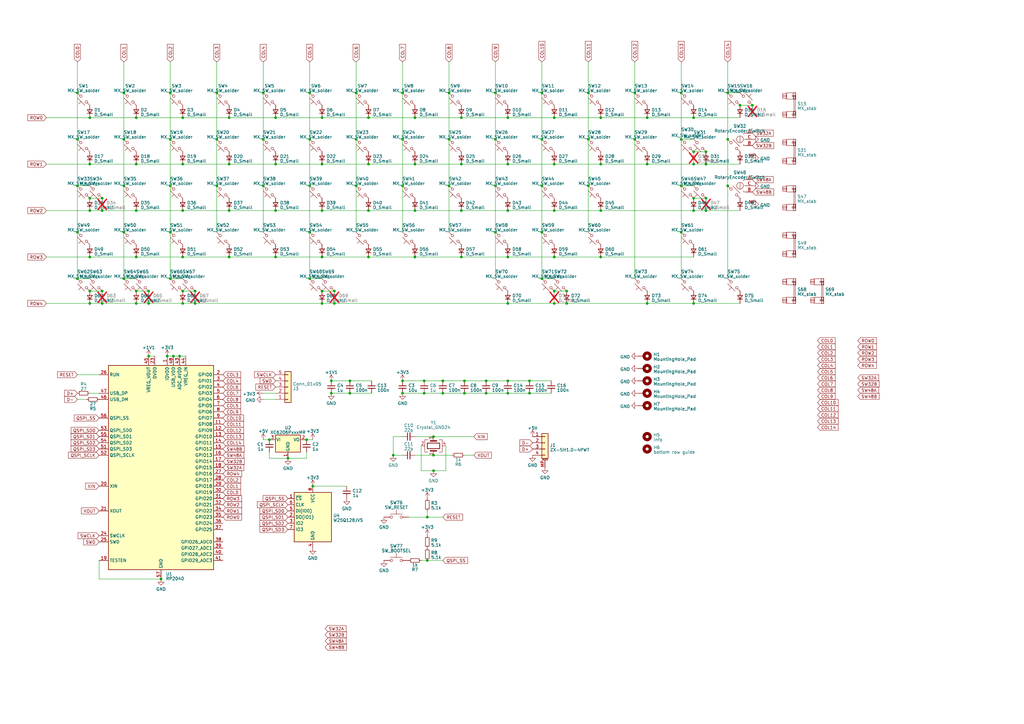
<source format=kicad_sch>
(kicad_sch (version 20230121) (generator eeschema)
  (paper "A3")
  (junction (at 298.45 57.15))
  (junction (at 132.08 67.31))
  (junction (at 132.08 48.26))
  (junction (at 203.2 95.25))
  (junction (at 284.48 81.28))
  (junction (at 177.8 179.07))
  (junction (at 88.9 76.2))
  (junction (at 279.4 95.25))
  (junction (at 36.83 105.41))
  (junction (at 298.45 38.1))
  (junction (at 199.39 156.21))
  (junction (at 93.98 67.31))
  (junction (at 279.4 76.2))
  (junction (at 132.08 86.36))
  (junction (at 73.66 146.05))
  (junction (at 303.53 43.18))
  (junction (at 36.83 86.36))
  (junction (at 107.95 76.2))
  (junction (at 93.98 86.36))
  (junction (at 127 114.3))
  (junction (at 60.96 124.46))
  (junction (at 151.13 67.31))
  (junction (at 137.16 124.46))
  (junction (at 284.48 67.31))
  (junction (at 222.25 114.3))
  (junction (at 241.3 38.1))
  (junction (at 227.33 67.31))
  (junction (at 55.88 119.38))
  (junction (at 146.05 76.2))
  (junction (at 74.93 86.36))
  (junction (at 170.18 105.41))
  (junction (at 69.85 114.3))
  (junction (at 175.26 229.87))
  (junction (at 246.38 48.26))
  (junction (at 132.08 119.38))
  (junction (at 41.91 124.46))
  (junction (at 232.41 124.46))
  (junction (at 55.88 105.41))
  (junction (at 279.4 57.15))
  (junction (at 165.1 161.29))
  (junction (at 50.8 57.15))
  (junction (at 36.83 81.28))
  (junction (at 36.83 48.26))
  (junction (at 265.43 124.46))
  (junction (at 165.1 57.15))
  (junction (at 208.28 48.26))
  (junction (at 222.25 38.1))
  (junction (at 260.35 38.1))
  (junction (at 151.13 48.26))
  (junction (at 177.8 193.04))
  (junction (at 260.35 57.15))
  (junction (at 203.2 76.2))
  (junction (at 41.91 81.28))
  (junction (at 208.28 161.29))
  (junction (at 93.98 48.26))
  (junction (at 151.13 105.41))
  (junction (at 190.5 156.21))
  (junction (at 127 38.1))
  (junction (at 80.01 124.46))
  (junction (at 135.89 156.21))
  (junction (at 181.61 156.21))
  (junction (at 66.04 237.49))
  (junction (at 289.56 67.31))
  (junction (at 135.89 161.29))
  (junction (at 55.88 48.26))
  (junction (at 170.18 48.26))
  (junction (at 127 76.2))
  (junction (at 128.27 199.39))
  (junction (at 246.38 86.36))
  (junction (at 146.05 38.1))
  (junction (at 289.56 81.28))
  (junction (at 71.12 146.05))
  (junction (at 175.26 212.09))
  (junction (at 208.28 67.31))
  (junction (at 31.75 38.1))
  (junction (at 181.61 161.29))
  (junction (at 143.51 156.21))
  (junction (at 31.75 57.15))
  (junction (at 36.83 119.38))
  (junction (at 50.8 38.1))
  (junction (at 189.23 67.31))
  (junction (at 165.1 38.1))
  (junction (at 184.15 38.1))
  (junction (at 161.29 186.69))
  (junction (at 127 95.25))
  (junction (at 165.1 76.2))
  (junction (at 132.08 105.41))
  (junction (at 208.28 156.21))
  (junction (at 74.93 119.38))
  (junction (at 222.25 95.25))
  (junction (at 110.49 180.34))
  (junction (at 199.39 161.29))
  (junction (at 50.8 76.2))
  (junction (at 60.96 119.38))
  (junction (at 74.93 124.46))
  (junction (at 55.88 67.31))
  (junction (at 74.93 67.31))
  (junction (at 41.91 119.38))
  (junction (at 222.25 57.15))
  (junction (at 69.85 38.1))
  (junction (at 74.93 105.41))
  (junction (at 227.33 86.36))
  (junction (at 227.33 124.46))
  (junction (at 93.98 105.41))
  (junction (at 308.61 43.18))
  (junction (at 113.03 86.36))
  (junction (at 222.25 76.2))
  (junction (at 36.83 67.31))
  (junction (at 241.3 57.15))
  (junction (at 246.38 105.41))
  (junction (at 227.33 119.38))
  (junction (at 203.2 38.1))
  (junction (at 132.08 124.46))
  (junction (at 289.56 62.23))
  (junction (at 69.85 95.25))
  (junction (at 55.88 124.46))
  (junction (at 189.23 105.41))
  (junction (at 265.43 67.31))
  (junction (at 31.75 76.2))
  (junction (at 184.15 76.2))
  (junction (at 298.45 76.2))
  (junction (at 170.18 67.31))
  (junction (at 118.11 187.96))
  (junction (at 74.93 48.26))
  (junction (at 143.51 161.29))
  (junction (at 50.8 95.25))
  (junction (at 68.58 146.05))
  (junction (at 36.83 124.46))
  (junction (at 60.96 146.05))
  (junction (at 137.16 119.38))
  (junction (at 284.48 86.36))
  (junction (at 80.01 119.38))
  (junction (at 189.23 86.36))
  (junction (at 113.03 105.41))
  (junction (at 170.18 86.36))
  (junction (at 241.3 76.2))
  (junction (at 173.99 156.21))
  (junction (at 279.4 38.1))
  (junction (at 107.95 57.15))
  (junction (at 232.41 119.38))
  (junction (at 146.05 57.15))
  (junction (at 284.48 124.46))
  (junction (at 69.85 57.15))
  (junction (at 88.9 57.15))
  (junction (at 208.28 124.46))
  (junction (at 189.23 48.26))
  (junction (at 113.03 48.26))
  (junction (at 173.99 161.29))
  (junction (at 217.17 161.29))
  (junction (at 113.03 67.31))
  (junction (at 177.8 186.69))
  (junction (at 284.48 62.23))
  (junction (at 165.1 156.21))
  (junction (at 31.75 95.25))
  (junction (at 127 57.15))
  (junction (at 227.33 105.41))
  (junction (at 203.2 57.15))
  (junction (at 31.75 114.3))
  (junction (at 41.91 86.36))
  (junction (at 227.33 48.26))
  (junction (at 88.9 38.1))
  (junction (at 151.13 86.36))
  (junction (at 217.17 156.21))
  (junction (at 107.95 38.1))
  (junction (at 190.5 161.29))
  (junction (at 208.28 86.36))
  (junction (at 55.88 86.36))
  (junction (at 265.43 48.26))
  (junction (at 284.48 48.26))
  (junction (at 184.15 57.15))
  (junction (at 50.8 114.3))
  (junction (at 208.28 105.41))
  (junction (at 125.73 180.34))
  (junction (at 69.85 76.2))
  (junction (at 246.38 67.31))
  (junction (at 289.56 86.36))
  (wire (pts (xy 298.45 57.15) (xy 298.45 76.2)))
  (wire (pts (xy 289.56 86.36) (xy 303.53 86.36)))
  (wire (pts (xy 74.93 67.31) (xy 93.98 67.31)))
  (wire (pts (xy 181.61 212.09) (xy 175.26 212.09)))
  (wire (pts (xy 93.98 105.41) (xy 113.03 105.41)))
  (wire (pts (xy 246.38 67.31) (xy 265.43 67.31)))
  (wire (pts (xy 189.23 48.26) (xy 208.28 48.26)))
  (wire (pts (xy 203.2 95.25) (xy 203.2 114.3)))
  (wire (pts (xy 279.4 25.4) (xy 279.4 38.1)))
  (wire (pts (xy 182.88 182.88) (xy 182.88 193.04)))
  (wire (pts (xy 199.39 156.21) (xy 208.28 156.21)))
  (wire (pts (xy 170.18 105.41) (xy 189.23 105.41)))
  (wire (pts (xy 19.05 48.26) (xy 36.83 48.26)))
  (wire (pts (xy 19.05 105.41) (xy 36.83 105.41)))
  (wire (pts (xy 132.08 86.36) (xy 151.13 86.36)))
  (wire (pts (xy 50.8 95.25) (xy 50.8 114.3)))
  (wire (pts (xy 31.75 76.2) (xy 36.83 76.2)))
  (wire (pts (xy 88.9 38.1) (xy 88.9 57.15)))
  (wire (pts (xy 151.13 105.41) (xy 170.18 105.41)))
  (wire (pts (xy 31.75 163.83) (xy 35.56 163.83)))
  (wire (pts (xy 93.98 67.31) (xy 113.03 67.31)))
  (wire (pts (xy 194.31 186.69) (xy 190.5 186.69)))
  (wire (pts (xy 50.8 38.1) (xy 50.8 57.15)))
  (wire (pts (xy 173.99 156.21) (xy 181.61 156.21)))
  (wire (pts (xy 175.26 229.87) (xy 181.61 229.87)))
  (wire (pts (xy 143.51 156.21) (xy 152.4 156.21)))
  (wire (pts (xy 40.64 237.49) (xy 66.04 237.49)))
  (wire (pts (xy 146.05 38.1) (xy 146.05 57.15)))
  (wire (pts (xy 74.93 105.41) (xy 93.98 105.41)))
  (wire (pts (xy 177.8 186.69) (xy 185.42 186.69)))
  (wire (pts (xy 161.29 179.07) (xy 161.29 186.69)))
  (wire (pts (xy 55.88 124.46) (xy 60.96 124.46)))
  (wire (pts (xy 208.28 105.41) (xy 227.33 105.41)))
  (wire (pts (xy 127 38.1) (xy 127 57.15)))
  (wire (pts (xy 88.9 76.2) (xy 88.9 95.25)))
  (wire (pts (xy 137.16 124.46) (xy 208.28 124.46)))
  (wire (pts (xy 241.3 25.4) (xy 241.3 38.1)))
  (wire (pts (xy 146.05 25.4) (xy 146.05 38.1)))
  (wire (pts (xy 279.4 38.1) (xy 279.4 57.15)))
  (wire (pts (xy 177.8 193.04) (xy 182.88 193.04)))
  (wire (pts (xy 69.85 38.1) (xy 69.85 57.15)))
  (wire (pts (xy 167.64 212.09) (xy 175.26 212.09)))
  (wire (pts (xy 181.61 156.21) (xy 190.5 156.21)))
  (wire (pts (xy 165.1 161.29) (xy 173.99 161.29)))
  (wire (pts (xy 55.88 67.31) (xy 74.93 67.31)))
  (wire (pts (xy 36.83 124.46) (xy 41.91 124.46)))
  (wire (pts (xy 60.96 124.46) (xy 74.93 124.46)))
  (wire (pts (xy 36.83 161.29) (xy 40.64 161.29)))
  (wire (pts (xy 189.23 86.36) (xy 208.28 86.36)))
  (wire (pts (xy 279.4 57.15) (xy 284.48 57.15)))
  (wire (pts (xy 127 95.25) (xy 127 114.3)))
  (wire (pts (xy 69.85 25.4) (xy 69.85 38.1)))
  (wire (pts (xy 19.05 86.36) (xy 36.83 86.36)))
  (wire (pts (xy 189.23 67.31) (xy 208.28 67.31)))
  (wire (pts (xy 107.95 76.2) (xy 107.95 95.25)))
  (wire (pts (xy 265.43 48.26) (xy 284.48 48.26)))
  (wire (pts (xy 69.85 76.2) (xy 69.85 95.25)))
  (wire (pts (xy 284.48 124.46) (xy 303.53 124.46)))
  (wire (pts (xy 142.24 199.39) (xy 128.27 199.39)))
  (wire (pts (xy 181.61 161.29) (xy 190.5 161.29)))
  (wire (pts (xy 217.17 161.29) (xy 226.06 161.29)))
  (wire (pts (xy 227.33 86.36) (xy 246.38 86.36)))
  (wire (pts (xy 203.2 25.4) (xy 203.2 38.1)))
  (wire (pts (xy 184.15 76.2) (xy 184.15 95.25)))
  (wire (pts (xy 222.25 114.3) (xy 227.33 114.3)))
  (wire (pts (xy 132.08 119.38) (xy 137.16 119.38)))
  (wire (pts (xy 113.03 48.26) (xy 132.08 48.26)))
  (wire (pts (xy 289.56 67.31) (xy 303.53 67.31)))
  (wire (pts (xy 127 76.2) (xy 127 95.25)))
  (wire (pts (xy 161.29 179.07) (xy 165.1 179.07)))
  (wire (pts (xy 50.8 114.3) (xy 55.88 114.3)))
  (wire (pts (xy 74.93 86.36) (xy 93.98 86.36)))
  (wire (pts (xy 151.13 86.36) (xy 170.18 86.36)))
  (wire (pts (xy 19.05 67.31) (xy 36.83 67.31)))
  (wire (pts (xy 19.05 124.46) (xy 36.83 124.46)))
  (wire (pts (xy 135.89 161.29) (xy 143.51 161.29)))
  (wire (pts (xy 132.08 48.26) (xy 151.13 48.26)))
  (wire (pts (xy 165.1 76.2) (xy 165.1 95.25)))
  (wire (pts (xy 170.18 179.07) (xy 177.8 179.07)))
  (wire (pts (xy 161.29 186.69) (xy 165.1 186.69)))
  (wire (pts (xy 55.88 86.36) (xy 74.93 86.36)))
  (wire (pts (xy 203.2 57.15) (xy 203.2 76.2)))
  (wire (pts (xy 88.9 25.4) (xy 88.9 38.1)))
  (wire (pts (xy 113.03 105.41) (xy 132.08 105.41)))
  (wire (pts (xy 298.45 38.1) (xy 303.53 38.1)))
  (wire (pts (xy 260.35 38.1) (xy 260.35 57.15)))
  (wire (pts (xy 93.98 48.26) (xy 113.03 48.26)))
  (wire (pts (xy 298.45 38.1) (xy 298.45 57.15)))
  (wire (pts (xy 246.38 48.26) (xy 265.43 48.26)))
  (wire (pts (xy 170.18 48.26) (xy 189.23 48.26)))
  (wire (pts (xy 69.85 95.25) (xy 69.85 114.3)))
  (wire (pts (xy 279.4 57.15) (xy 279.4 76.2)))
  (wire (pts (xy 107.95 38.1) (xy 107.95 57.15)))
  (wire (pts (xy 298.45 76.2) (xy 298.45 114.3)))
  (wire (pts (xy 165.1 38.1) (xy 165.1 57.15)))
  (wire (pts (xy 284.48 81.28) (xy 289.56 81.28)))
  (wire (pts (xy 170.18 186.69) (xy 177.8 186.69)))
  (wire (pts (xy 36.83 48.26) (xy 55.88 48.26)))
  (wire (pts (xy 132.08 67.31) (xy 151.13 67.31)))
  (wire (pts (xy 184.15 38.1) (xy 184.15 57.15)))
  (wire (pts (xy 227.33 67.31) (xy 246.38 67.31)))
  (wire (pts (xy 241.3 57.15) (xy 241.3 76.2)))
  (wire (pts (xy 88.9 57.15) (xy 88.9 76.2)))
  (wire (pts (xy 31.75 95.25) (xy 31.75 114.3)))
  (wire (pts (xy 69.85 114.3) (xy 74.93 114.3)))
  (wire (pts (xy 222.25 38.1) (xy 222.25 57.15)))
  (wire (pts (xy 74.93 48.26) (xy 93.98 48.26)))
  (wire (pts (xy 127 114.3) (xy 132.08 114.3)))
  (wire (pts (xy 208.28 67.31) (xy 227.33 67.31)))
  (wire (pts (xy 284.48 48.26) (xy 303.53 48.26)))
  (wire (pts (xy 177.8 179.07) (xy 194.31 179.07)))
  (wire (pts (xy 132.08 124.46) (xy 137.16 124.46)))
  (wire (pts (xy 222.25 76.2) (xy 222.25 95.25)))
  (wire (pts (xy 125.73 180.34) (xy 128.27 180.34)))
  (wire (pts (xy 31.75 57.15) (xy 31.75 76.2)))
  (wire (pts (xy 199.39 161.29) (xy 208.28 161.29)))
  (wire (pts (xy 227.33 119.38) (xy 232.41 119.38)))
  (wire (pts (xy 303.53 43.18) (xy 308.61 43.18)))
  (wire (pts (xy 284.48 86.36) (xy 289.56 86.36)))
  (wire (pts (xy 190.5 161.29) (xy 199.39 161.29)))
  (wire (pts (xy 177.8 193.04) (xy 172.72 193.04)))
  (wire (pts (xy 173.99 161.29) (xy 181.61 161.29)))
  (wire (pts (xy 227.33 105.41) (xy 246.38 105.41)))
  (wire (pts (xy 232.41 124.46) (xy 265.43 124.46)))
  (wire (pts (xy 60.96 146.05) (xy 63.5 146.05)))
  (wire (pts (xy 71.12 146.05) (xy 73.66 146.05)))
  (wire (pts (xy 241.3 76.2) (xy 241.3 95.25)))
  (wire (pts (xy 203.2 38.1) (xy 203.2 57.15)))
  (wire (pts (xy 36.83 119.38) (xy 41.91 119.38)))
  (wire (pts (xy 165.1 25.4) (xy 165.1 38.1)))
  (wire (pts (xy 55.88 119.38) (xy 60.96 119.38)))
  (wire (pts (xy 36.83 81.28) (xy 41.91 81.28)))
  (wire (pts (xy 284.48 67.31) (xy 289.56 67.31)))
  (wire (pts (xy 190.5 156.21) (xy 199.39 156.21)))
  (wire (pts (xy 284.48 62.23) (xy 289.56 62.23)))
  (wire (pts (xy 170.18 67.31) (xy 189.23 67.31)))
  (wire (pts (xy 241.3 38.1) (xy 241.3 57.15)))
  (wire (pts (xy 208.28 124.46) (xy 227.33 124.46)))
  (wire (pts (xy 127 25.4) (xy 127 38.1)))
  (wire (pts (xy 127 57.15) (xy 127 76.2)))
  (wire (pts (xy 93.98 86.36) (xy 113.03 86.36)))
  (wire (pts (xy 50.8 57.15) (xy 50.8 76.2)))
  (wire (pts (xy 222.25 95.25) (xy 222.25 114.3)))
  (wire (pts (xy 50.8 25.4) (xy 50.8 38.1)))
  (wire (pts (xy 40.64 229.87) (xy 40.64 237.49)))
  (wire (pts (xy 69.85 57.15) (xy 69.85 76.2)))
  (wire (pts (xy 31.75 76.2) (xy 31.75 95.25)))
  (wire (pts (xy 184.15 57.15) (xy 184.15 76.2)))
  (wire (pts (xy 55.88 105.41) (xy 74.93 105.41)))
  (wire (pts (xy 151.13 48.26) (xy 170.18 48.26)))
  (wire (pts (xy 246.38 105.41) (xy 284.48 105.41)))
  (wire (pts (xy 172.72 193.04) (xy 172.72 182.88)))
  (wire (pts (xy 107.95 57.15) (xy 107.95 76.2)))
  (wire (pts (xy 222.25 25.4) (xy 222.25 38.1)))
  (wire (pts (xy 279.4 76.2) (xy 279.4 95.25)))
  (wire (pts (xy 125.73 187.96) (xy 125.73 185.42)))
  (wire (pts (xy 74.93 119.38) (xy 80.01 119.38)))
  (wire (pts (xy 265.43 67.31) (xy 284.48 67.31)))
  (wire (pts (xy 146.05 57.15) (xy 146.05 76.2)))
  (wire (pts (xy 175.26 229.87) (xy 172.72 229.87)))
  (wire (pts (xy 31.75 25.4) (xy 31.75 38.1)))
  (wire (pts (xy 36.83 105.41) (xy 55.88 105.41)))
  (wire (pts (xy 222.25 57.15) (xy 222.25 76.2)))
  (wire (pts (xy 41.91 124.46) (xy 55.88 124.46)))
  (wire (pts (xy 36.83 86.36) (xy 41.91 86.36)))
  (wire (pts (xy 208.28 161.29) (xy 217.17 161.29)))
  (wire (pts (xy 107.95 161.29) (xy 113.03 161.29)))
  (wire (pts (xy 203.2 76.2) (xy 203.2 95.25)))
  (wire (pts (xy 113.03 67.31) (xy 132.08 67.31)))
  (wire (pts (xy 298.45 25.4) (xy 298.45 38.1)))
  (wire (pts (xy 208.28 48.26) (xy 227.33 48.26)))
  (wire (pts (xy 74.93 124.46) (xy 80.01 124.46)))
  (wire (pts (xy 107.95 180.34) (xy 110.49 180.34)))
  (wire (pts (xy 208.28 86.36) (xy 227.33 86.36)))
  (wire (pts (xy 143.51 161.29) (xy 152.4 161.29)))
  (wire (pts (xy 73.66 146.05) (xy 76.2 146.05)))
  (wire (pts (xy 227.33 124.46) (xy 232.41 124.46)))
  (wire (pts (xy 279.4 95.25) (xy 279.4 114.3)))
  (wire (pts (xy 110.49 187.96) (xy 118.11 187.96)))
  (wire (pts (xy 40.64 153.67) (xy 31.75 153.67)))
  (wire (pts (xy 265.43 124.46) (xy 284.48 124.46)))
  (wire (pts (xy 279.4 76.2) (xy 284.48 76.2)))
  (wire (pts (xy 132.08 105.41) (xy 151.13 105.41)))
  (wire (pts (xy 41.91 86.36) (xy 55.88 86.36)))
  (wire (pts (xy 208.28 156.21) (xy 217.17 156.21)))
  (wire (pts (xy 113.03 86.36) (xy 132.08 86.36)))
  (wire (pts (xy 107.95 25.4) (xy 107.95 38.1)))
  (wire (pts (xy 80.01 124.46) (xy 132.08 124.46)))
  (wire (pts (xy 31.75 114.3) (xy 36.83 114.3)))
  (wire (pts (xy 260.35 25.4) (xy 260.35 38.1)))
  (wire (pts (xy 50.8 76.2) (xy 50.8 95.25)))
  (wire (pts (xy 175.26 209.55) (xy 175.26 212.09)))
  (wire (pts (xy 165.1 156.21) (xy 173.99 156.21)))
  (wire (pts (xy 55.88 48.26) (xy 74.93 48.26)))
  (wire (pts (xy 151.13 67.31) (xy 170.18 67.31)))
  (wire (pts (xy 118.11 187.96) (xy 125.73 187.96)))
  (wire (pts (xy 227.33 48.26) (xy 246.38 48.26)))
  (wire (pts (xy 246.38 86.36) (xy 284.48 86.36)))
  (wire (pts (xy 110.49 185.42) (xy 110.49 187.96)))
  (wire (pts (xy 107.95 163.83) (xy 113.03 163.83)))
  (wire (pts (xy 135.89 156.21) (xy 143.51 156.21)))
  (wire (pts (xy 31.75 38.1) (xy 31.75 57.15)))
  (wire (pts (xy 189.23 105.41) (xy 208.28 105.41)))
  (wire (pts (xy 170.18 86.36) (xy 189.23 86.36)))
  (wire (pts (xy 36.83 67.31) (xy 55.88 67.31)))
  (wire (pts (xy 184.15 25.4) (xy 184.15 38.1)))
  (wire (pts (xy 260.35 57.15) (xy 260.35 114.3)))
  (wire (pts (xy 68.58 146.05) (xy 71.12 146.05)))
  (wire (pts (xy 146.05 76.2) (xy 146.05 95.25)))
  (wire (pts (xy 217.17 156.21) (xy 226.06 156.21)))
  (wire (pts (xy 165.1 57.15) (xy 165.1 76.2)))
  (global_label "SW48B" (shape input) (at 133.35 265.43 0) (property "Intersheetrefs" "${INTERSHEET_REFS}" (effects hide)))
  (global_label "D+" (shape input) (at 31.75 161.29 180) (property "Intersheetrefs" "${INTERSHEET_REFS}" (effects hide)))
  (global_label "COL9" (shape input) (at 203.2 25.4 90) (property "Intersheetrefs" "${INTERSHEET_REFS}" (effects hide)))
  (global_label "COL4" (shape input) (at 107.95 25.4 90) (property "Intersheetrefs" "${INTERSHEET_REFS}" (effects hide)))
  (global_label "SW48A" (shape input) (at 91.44 186.69 0) (property "Intersheetrefs" "${INTERSHEET_REFS}" (effects hide)))
  (global_label "COL5" (shape input) (at 335.28 152.4 0) (property "Intersheetrefs" "${INTERSHEET_REFS}" (effects hide)))
  (global_label "COL5" (shape input) (at 127 25.4 90) (property "Intersheetrefs" "${INTERSHEET_REFS}" (effects hide)))
  (global_label "SW32B" (shape input) (at 351.79 157.48 0) (property "Intersheetrefs" "${INTERSHEET_REFS}" (effects hide)))
  (global_label "SW32A" (shape input) (at 308.61 54.61 0) (property "Intersheetrefs" "${INTERSHEET_REFS}" (effects hide)))
  (global_label "SW32B" (shape input) (at 91.44 189.23 0) (property "Intersheetrefs" "${INTERSHEET_REFS}" (effects hide)))
  (global_label "COL10" (shape input) (at 335.28 165.1 0) (property "Intersheetrefs" "${INTERSHEET_REFS}" (effects hide)))
  (global_label "COL12" (shape input) (at 91.44 176.53 0) (property "Intersheetrefs" "${INTERSHEET_REFS}" (effects hide)))
  (global_label "COL11" (shape input) (at 91.44 173.99 0) (property "Intersheetrefs" "${INTERSHEET_REFS}" (effects hide)))
  (global_label "COL0" (shape input) (at 91.44 201.93 0) (property "Intersheetrefs" "${INTERSHEET_REFS}" (effects hide)))
  (global_label "COL7" (shape input) (at 165.1 25.4 90) (property "Intersheetrefs" "${INTERSHEET_REFS}" (effects hide)))
  (global_label "COL2" (shape input) (at 335.28 144.78 0) (property "Intersheetrefs" "${INTERSHEET_REFS}" (effects hide)))
  (global_label "COL12" (shape input) (at 260.35 25.4 90) (property "Intersheetrefs" "${INTERSHEET_REFS}" (effects hide)))
  (global_label "COL6" (shape input) (at 146.05 25.4 90) (property "Intersheetrefs" "${INTERSHEET_REFS}" (effects hide)))
  (global_label "COL0" (shape input) (at 335.28 139.7 0) (property "Intersheetrefs" "${INTERSHEET_REFS}" (effects hide)))
  (global_label "SW32A" (shape input) (at 351.79 154.94 0) (property "Intersheetrefs" "${INTERSHEET_REFS}" (effects hide)))
  (global_label "SW48B" (shape input) (at 308.61 78.74 0) (property "Intersheetrefs" "${INTERSHEET_REFS}" (effects hide)))
  (global_label "SW48B" (shape input) (at 351.79 162.56 0) (property "Intersheetrefs" "${INTERSHEET_REFS}" (effects hide)))
  (global_label "SW32A" (shape input) (at 91.44 191.77 0) (property "Intersheetrefs" "${INTERSHEET_REFS}" (effects hide)))
  (global_label "COL9" (shape input) (at 91.44 168.91 0) (property "Intersheetrefs" "${INTERSHEET_REFS}" (effects hide)))
  (global_label "ROW3" (shape input) (at 91.44 204.47 0) (property "Intersheetrefs" "${INTERSHEET_REFS}" (effects hide)))
  (global_label "COL8" (shape input) (at 91.44 163.83 0) (property "Intersheetrefs" "${INTERSHEET_REFS}" (effects hide)))
  (global_label "QSPI_SD1" (shape input) (at 118.11 212.09 180) (property "Intersheetrefs" "${INTERSHEET_REFS}" (effects hide)))
  (global_label "COL7" (shape input) (at 335.28 157.48 0) (property "Intersheetrefs" "${INTERSHEET_REFS}" (effects hide)))
  (global_label "COL13" (shape input) (at 335.28 172.72 0) (property "Intersheetrefs" "${INTERSHEET_REFS}" (effects hide)))
  (global_label "ROW2" (shape input) (at 91.44 207.01 0) (property "Intersheetrefs" "${INTERSHEET_REFS}" (effects hide)))
  (global_label "QSPI_SCLK" (shape input) (at 118.11 207.01 180) (property "Intersheetrefs" "${INTERSHEET_REFS}" (effects hide)))
  (global_label "SW32B" (shape input) (at 133.35 260.35 0) (property "Intersheetrefs" "${INTERSHEET_REFS}" (effects hide)))
  (global_label "QSPI_SS" (shape input) (at 118.11 204.47 180) (property "Intersheetrefs" "${INTERSHEET_REFS}" (effects hide)))
  (global_label "COL11" (shape input) (at 241.3 25.4 90) (property "Intersheetrefs" "${INTERSHEET_REFS}" (effects hide)))
  (global_label "COL4" (shape input) (at 335.28 149.86 0) (property "Intersheetrefs" "${INTERSHEET_REFS}" (effects hide)))
  (global_label "COL13" (shape input) (at 91.44 179.07 0) (property "Intersheetrefs" "${INTERSHEET_REFS}" (effects hide)))
  (global_label "XIN" (shape input) (at 40.64 199.39 180) (property "Intersheetrefs" "${INTERSHEET_REFS}" (effects hide)))
  (global_label "COL12" (shape input) (at 335.28 170.18 0) (property "Intersheetrefs" "${INTERSHEET_REFS}" (effects hide)))
  (global_label "QSPI_SS" (shape input) (at 181.61 229.87 0) (property "Intersheetrefs" "${INTERSHEET_REFS}" (effects hide)))
  (global_label "COL1" (shape input) (at 50.8 25.4 90) (property "Intersheetrefs" "${INTERSHEET_REFS}" (effects hide)))
  (global_label "ROW1" (shape input) (at 91.44 209.55 0) (property "Intersheetrefs" "${INTERSHEET_REFS}" (effects hide)))
  (global_label "SWD" (shape input) (at 113.03 156.21 180) (property "Intersheetrefs" "${INTERSHEET_REFS}" (effects hide)))
  (global_label "COL14" (shape input) (at 298.45 25.4 90) (property "Intersheetrefs" "${INTERSHEET_REFS}" (effects hide)))
  (global_label "COL9" (shape input) (at 335.28 162.56 0) (property "Intersheetrefs" "${INTERSHEET_REFS}" (effects hide)))
  (global_label "SW48A" (shape input) (at 351.79 160.02 0) (property "Intersheetrefs" "${INTERSHEET_REFS}" (effects hide)))
  (global_label "D-" (shape input) (at 31.75 163.83 180) (property "Intersheetrefs" "${INTERSHEET_REFS}" (effects hide)))
  (global_label "ROW1" (shape input) (at 351.79 142.24 0) (property "Intersheetrefs" "${INTERSHEET_REFS}" (effects hide)))
  (global_label "SWCLK" (shape input) (at 113.03 153.67 180) (property "Intersheetrefs" "${INTERSHEET_REFS}" (effects hide)))
  (global_label "XOUT" (shape input) (at 194.31 186.69 0) (property "Intersheetrefs" "${INTERSHEET_REFS}" (effects hide)))
  (global_label "RESET" (shape input) (at 113.03 158.75 180) (property "Intersheetrefs" "${INTERSHEET_REFS}" (effects hide)))
  (global_label "COL0" (shape input) (at 31.75 25.4 90) (property "Intersheetrefs" "${INTERSHEET_REFS}" (effects hide)))
  (global_label "QSPI_SS" (shape input) (at 40.64 171.45 180) (property "Intersheetrefs" "${INTERSHEET_REFS}" (effects hide)))
  (global_label "QSPI_SCLK" (shape input) (at 40.64 186.69 180) (property "Intersheetrefs" "${INTERSHEET_REFS}" (effects hide)))
  (global_label "QSPI_SD2" (shape input) (at 118.11 214.63 180) (property "Intersheetrefs" "${INTERSHEET_REFS}" (effects hide)))
  (global_label "COL3" (shape input) (at 335.28 147.32 0) (property "Intersheetrefs" "${INTERSHEET_REFS}" (effects hide)))
  (global_label "SW48A" (shape input) (at 308.61 73.66 0) (property "Intersheetrefs" "${INTERSHEET_REFS}" (effects hide)))
  (global_label "QSPI_SD0" (shape input) (at 40.64 176.53 180) (property "Intersheetrefs" "${INTERSHEET_REFS}" (effects hide)))
  (global_label "COL8" (shape input) (at 184.15 25.4 90) (property "Intersheetrefs" "${INTERSHEET_REFS}" (effects hide)))
  (global_label "QSPI_SD3" (shape input) (at 40.64 184.15 180) (property "Intersheetrefs" "${INTERSHEET_REFS}" (effects hide)))
  (global_label "COL1" (shape input) (at 335.28 142.24 0) (property "Intersheetrefs" "${INTERSHEET_REFS}" (effects hide)))
  (global_label "COL13" (shape input) (at 279.4 25.4 90) (property "Intersheetrefs" "${INTERSHEET_REFS}" (effects hide)))
  (global_label "ROW3" (shape input) (at 19.05 105.41 180) (property "Intersheetrefs" "${INTERSHEET_REFS}" (effects hide)))
  (global_label "SW48A" (shape input) (at 133.35 262.89 0) (property "Intersheetrefs" "${INTERSHEET_REFS}" (effects hide)))
  (global_label "XIN" (shape input) (at 194.31 179.07 0) (property "Intersheetrefs" "${INTERSHEET_REFS}" (effects hide)))
  (global_label "COL8" (shape input) (at 335.28 160.02 0) (property "Intersheetrefs" "${INTERSHEET_REFS}" (effects hide)))
  (global_label "ROW0" (shape input) (at 19.05 48.26 180) (property "Intersheetrefs" "${INTERSHEET_REFS}" (effects hide)))
  (global_label "COL3" (shape input) (at 88.9 25.4 90) (property "Intersheetrefs" "${INTERSHEET_REFS}" (effects hide)))
  (global_label "ROW0" (shape input) (at 351.79 139.7 0) (property "Intersheetrefs" "${INTERSHEET_REFS}" (effects hide)))
  (global_label "ROW2" (shape input) (at 351.79 144.78 0) (property "Intersheetrefs" "${INTERSHEET_REFS}" (effects hide)))
  (global_label "QSPI_SD2" (shape input) (at 40.64 181.61 180) (property "Intersheetrefs" "${INTERSHEET_REFS}" (effects hide)))
  (global_label "COL2" (shape input) (at 91.44 196.85 0) (property "Intersheetrefs" "${INTERSHEET_REFS}" (effects hide)))
  (global_label "COL11" (shape input) (at 335.28 167.64 0) (property "Intersheetrefs" "${INTERSHEET_REFS}" (effects hide)))
  (global_label "COL6" (shape input) (at 91.44 158.75 0) (property "Intersheetrefs" "${INTERSHEET_REFS}" (effects hide)))
  (global_label "D-" (shape input) (at 218.44 181.61 180) (property "Intersheetrefs" "${INTERSHEET_REFS}" (effects hide)))
  (global_label "COL14" (shape input) (at 335.28 175.26 0) (property "Intersheetrefs" "${INTERSHEET_REFS}" (effects hide)))
  (global_label "COL7" (shape input) (at 91.44 161.29 0) (property "Intersheetrefs" "${INTERSHEET_REFS}" (effects hide)))
  (global_label "COL14" (shape input) (at 91.44 181.61 0) (property "Intersheetrefs" "${INTERSHEET_REFS}" (effects hide)))
  (global_label "RESET" (shape input) (at 31.75 153.67 180) (property "Intersheetrefs" "${INTERSHEET_REFS}" (effects hide)))
  (global_label "SW48B" (shape input) (at 91.44 184.15 0) (property "Intersheetrefs" "${INTERSHEET_REFS}" (effects hide)))
  (global_label "QSPI_SD0" (shape input) (at 118.11 209.55 180) (property "Intersheetrefs" "${INTERSHEET_REFS}" (effects hide)))
  (global_label "SW32A" (shape input) (at 133.35 257.81 0) (property "Intersheetrefs" "${INTERSHEET_REFS}" (effects hide)))
  (global_label "COL10" (shape input) (at 222.25 25.4 90) (property "Intersheetrefs" "${INTERSHEET_REFS}" (effects hide)))
  (global_label "SWCLK" (shape input) (at 40.64 219.71 180) (property "Intersheetrefs" "${INTERSHEET_REFS}" (effects hide)))
  (global_label "ROW0" (shape input) (at 91.44 212.09 0) (property "Intersheetrefs" "${INTERSHEET_REFS}" (effects hide)))
  (global_label "ROW1" (shape input) (at 19.05 67.31 180) (property "Intersheetrefs" "${INTERSHEET_REFS}" (effects hide)))
  (global_label "COL1" (shape input) (at 91.44 199.39 0) (property "Intersheetrefs" "${INTERSHEET_REFS}" (effects hide)))
  (global_label "SWD" (shape input) (at 40.64 222.25 180) (property "Intersheetrefs" "${INTERSHEET_REFS}" (effects hide)))
  (global_label "QSPI_SD1" (shape input) (at 40.64 179.07 180) (property "Intersheetrefs" "${INTERSHEET_REFS}" (effects hide)))
  (global_label "COL6" (shape input) (at 335.28 154.94 0) (property "Intersheetrefs" "${INTERSHEET_REFS}" (effects hide)))
  (global_label "ROW4" (shape input) (at 91.44 194.31 0) (property "Intersheetrefs" "${INTERSHEET_REFS}" (effects hide)))
  (global_label "XOUT" (shape input) (at 40.64 209.55 180) (property "Intersheetrefs" "${INTERSHEET_REFS}" (effects hide)))
  (global_label "ROW3" (shape input) (at 351.79 147.32 0) (property "Intersheetrefs" "${INTERSHEET_REFS}" (effects hide)))
  (global_label "D+" (shape input) (at 218.44 184.15 180) (property "Intersheetrefs" "${INTERSHEET_REFS}" (effects hide)))
  (global_label "ROW4" (shape input) (at 19.05 124.46 180) (property "Intersheetrefs" "${INTERSHEET_REFS}" (effects hide)))
  (global_label "QSPI_SD3" (shape input) (at 118.11 217.17 180) (property "Intersheetrefs" "${INTERSHEET_REFS}" (effects hide)))
  (global_label "ROW4" (shape input) (at 351.79 149.86 0) (property "Intersheetrefs" "${INTERSHEET_REFS}" (effects hide)))
  (global_label "RESET" (shape input) (at 181.61 212.09 0) (property "Intersheetrefs" "${INTERSHEET_REFS}" (effects hide)))
  (global_label "ROW2" (shape input) (at 19.05 86.36 180) (property "Intersheetrefs" "${INTERSHEET_REFS}" (effects hide)))
  (global_label "COL5" (shape input) (at 91.44 166.37 0) (property "Intersheetrefs" "${INTERSHEET_REFS}" (effects hide)))
  (global_label "COL4" (shape input) (at 91.44 156.21 0) (property "Intersheetrefs" "${INTERSHEET_REFS}" (effects hide)))
  (global_label "COL2" (shape input) (at 69.85 25.4 90) (property "Intersheetrefs" "${INTERSHEET_REFS}" (effects hide)))
  (global_label "COL10" (shape input) (at 91.44 171.45 0) (property "Intersheetrefs" "${INTERSHEET_REFS}" (effects hide)))
  (global_label "COL3" (shape input) (at 91.44 153.67 0) (property "Intersheetrefs" "${INTERSHEET_REFS}" (effects hide)))
  (global_label "SW32B" (shape input) (at 308.61 59.69 0) (property "Intersheetrefs" "${INTERSHEET_REFS}" (effects hide)))
  (symbol (lib_id "Device:C_Small") (at 173.99 158.75 0) (unit 1)
    (property "Reference" "C6" (at 176.3141 158.1126 0) (effects (justify left)))
    (property "Value" "1u" (at 176.3141 160.0336 0) (effects (justify left)))
    (property "Footprint" "Capacitor_SMD:C_0402_1005Metric" (effects hide))
  )
  (symbol (lib_id "PCM_marbastlib-mx:MX_SW_solder") (at 205.74 78.74 180) (unit 1)
    (property "Reference" "SW43" (at 205.74 73.3171 0))
    (property "Value" "MX_SW_solder" (at 205.74 75.2381 0))
    (property "Footprint" "PCM_marbastlib-mx:SW_MX_HS_S_1u" (effects hide))
  )
  (symbol (lib_id "Device:R_Small") (at 175.26 207.01 180) (unit 1)
    (property "Reference" "R3" (at 176.7586 206.3663 0) (effects (justify right)))
    (property "Value" "5.1k" (at 176.7586 208.2873 0) (effects (justify right)))
    (property "Footprint" "Resistor_SMD:R_0402_1005Metric" (effects hide))
  )
  (symbol (lib_id "power:+5V") (at 107.95 180.34 0) (unit 1)
    (property "Reference" "#PWR012" (effects hide))
    (property "Value" "+5V" (at 107.95 176.8381 0))
  )
  (symbol (lib_id "Device:D_Small") (at 284.48 121.92 90) (unit 1)
    (property "Reference" "D74" (at 286.258 121.2763 90) (effects (justify right)))
    (property "Value" "D_Small" (at 286.258 123.1973 90) (effects (justify right)))
    (property "Footprint" "shoonies_parts:D_SOD-123_CLEAN" (effects hide))
    (property "Sim.Device" "D" (effects hide))
    (property "Sim.Pins" "1=K 2=A" (effects hide))
  )
  (symbol (lib_id "power:GND") (at 223.52 191.77 0) (unit 1)
    (property "Reference" "#PWR022" (effects hide))
    (property "Value" "GND" (at 223.52 195.9055 0))
  )
  (symbol (lib_id "power:GND") (at 135.89 161.29 0) (unit 1)
    (property "Reference" "#PWR025" (effects hide))
    (property "Value" "GND" (at 135.89 165.4255 0))
  )
  (symbol (lib_id "Device:D_Small") (at 55.88 45.72 90) (unit 1)
    (property "Reference" "D2" (at 57.658 45.0763 90) (effects (justify right)))
    (property "Value" "D_Small" (at 57.658 46.9973 90) (effects (justify right)))
    (property "Footprint" "shoonies_parts:D_SOD-123_CLEAN" (effects hide))
    (property "Sim.Device" "D" (effects hide))
    (property "Sim.Pins" "1=K 2=A" (effects hide))
  )
  (symbol (lib_id "Regulator_Linear:XC6206PxxxMR") (at 118.11 180.34 0) (unit 1)
    (property "Reference" "U2" (at 118.11 175.4251 0))
    (property "Value" "XC6206PxxxMR" (at 118.11 177.3461 0))
    (property "Footprint" "Package_TO_SOT_SMD:SOT-23-3" (effects hide))
    (property "Datasheet" "https://www.torexsemi.com/file/xc6206/XC6206.pdf" (effects hide))
  )
  (symbol (lib_id "Device:D_Small") (at 246.38 102.87 90) (unit 1)
    (property "Reference" "D60" (at 248.158 102.2263 90) (effects (justify right)))
    (property "Value" "D_Small" (at 248.158 104.1473 90) (effects (justify right)))
    (property "Footprint" "shoonies_parts:D_SOD-123_CLEAN" (effects hide))
    (property "Sim.Device" "D" (effects hide))
    (property "Sim.Pins" "1=K 2=A" (effects hide))
  )
  (symbol (lib_id "Device:C_Small") (at 167.64 179.07 90) (unit 1)
    (property "Reference" "C10" (at 167.6463 174.498 90))
    (property "Value" "22p" (at 167.6463 176.419 90))
    (property "Footprint" "Capacitor_SMD:C_0402_1005Metric" (effects hide))
  )
  (symbol (lib_id "PCM_marbastlib-mx:MX_SW_solder") (at 129.54 78.74 180) (unit 1)
    (property "Reference" "SW39" (at 129.54 73.3171 0))
    (property "Value" "MX_SW_solder" (at 129.54 75.2381 0))
    (property "Footprint" "PCM_marbastlib-mx:SW_MX_HS_S_1u" (effects hide))
  )
  (symbol (lib_id "Device:D_Small") (at 151.13 102.87 90) (unit 1)
    (property "Reference" "D55" (at 152.908 102.2263 90) (effects (justify right)))
    (property "Value" "D_Small" (at 152.908 104.1473 90) (effects (justify right)))
    (property "Footprint" "shoonies_parts:D_SOD-123_CLEAN" (effects hide))
    (property "Sim.Device" "D" (effects hide))
    (property "Sim.Pins" "1=K 2=A" (effects hide))
  )
  (symbol (lib_id "Device:C_Small") (at 226.06 158.75 0) (unit 1)
    (property "Reference" "C16" (at 228.3841 158.1126 0) (effects (justify left)))
    (property "Value" "100n" (at 228.3841 160.0336 0) (effects (justify left)))
    (property "Footprint" "Capacitor_SMD:C_0402_1005Metric" (effects hide))
  )
  (symbol (lib_id "power:+3V3") (at 175.26 204.47 0) (unit 1)
    (property "Reference" "#PWR027" (effects hide))
    (property "Value" "+3V3" (at 175.26 200.9681 0))
  )
  (symbol (lib_id "power:GND") (at 308.61 57.15 90) (unit 1)
    (property "Reference" "#PWR01" (effects hide))
    (property "Value" "GND" (at 311.785 57.4668 90) (effects (justify right)))
  )
  (symbol (lib_id "PCM_marbastlib-mx:MX_SW_solder") (at 224.79 59.69 180) (unit 1)
    (property "Reference" "SW27" (at 224.79 54.2671 0))
    (property "Value" "MX_SW_solder" (at 224.79 56.1881 0))
    (property "Footprint" "PCM_marbastlib-mx:SW_MX_HS_S_1u" (effects hide))
  )
  (symbol (lib_id "PCM_marbastlib-mx:MX_SW_solder") (at 34.29 116.84 180) (unit 1)
    (property "Reference" "SW62" (at 34.29 111.4171 0))
    (property "Value" "MX_SW_solder" (at 34.29 113.3381 0))
    (property "Footprint" "PCM_marbastlib-mx:SW_MX_HS_S_1u" (effects hide))
  )
  (symbol (lib_id "PCM_marbastlib-mx:MX_SW_solder") (at 186.69 97.79 180) (unit 1)
    (property "Reference" "SW57" (at 186.69 92.3671 0))
    (property "Value" "MX_SW_solder" (at 186.69 94.2881 0))
    (property "Footprint" "PCM_marbastlib-mx:SW_MX_HS_S_1u" (effects hide))
  )
  (symbol (lib_id "power:+3V3") (at 68.58 146.05 0) (unit 1)
    (property "Reference" "#PWR020" (effects hide))
    (property "Value" "+3V3" (at 68.58 142.5481 0))
  )
  (symbol (lib_id "Device:D_Small") (at 113.03 83.82 90) (unit 1)
    (property "Reference" "D38" (at 114.808 83.1763 90) (effects (justify right)))
    (property "Value" "D_Small" (at 114.808 85.0973 90) (effects (justify right)))
    (property "Footprint" "shoonies_parts:D_SOD-123_CLEAN" (effects hide))
    (property "Sim.Device" "D" (effects hide))
    (property "Sim.Pins" "1=K 2=A" (effects hide))
  )
  (symbol (lib_id "power:+3V3") (at 165.1 156.21 0) (unit 1)
    (property "Reference" "#PWR024" (effects hide))
    (property "Value" "+3V3" (at 165.1 152.7081 0))
  )
  (symbol (lib_id "PCM_marbastlib-mx:MX_SW_solder") (at 167.64 97.79 180) (unit 1)
    (property "Reference" "SW56" (at 167.64 92.3671 0))
    (property "Value" "MX_SW_solder" (at 167.64 94.2881 0))
    (property "Footprint" "PCM_marbastlib-mx:SW_MX_HS_S_1u" (effects hide))
  )
  (symbol (lib_id "power:GND") (at 128.27 224.79 0) (unit 1)
    (property "Reference" "#PWR038" (effects hide))
    (property "Value" "GND" (at 128.27 228.9255 0))
  )
  (symbol (lib_id "PCM_marbastlib-mx:MX_SW_solder") (at 39.37 78.74 180) (unit 1)
    (property "Reference" "SW34" (at 39.37 73.3171 0))
    (property "Value" "MX_SW_solder" (at 39.37 75.2381 0))
    (property "Footprint" "PCM_marbastlib-mx:SW_MX_HS_S_1u" (effects hide))
  )
  (symbol (lib_id "PCM_marbastlib-mx:MX_SW_solder") (at 34.29 59.69 180) (unit 1)
    (property "Reference" "SW17" (at 34.29 54.2671 0))
    (property "Value" "MX_SW_solder" (at 34.29 56.1881 0))
    (property "Footprint" "PCM_marbastlib-mx:SW_MX_HS_S_1u" (effects hide))
  )
  (symbol (lib_id "power:GND") (at 261.62 156.21 270) (unit 1)
    (property "Reference" "#PWR09" (effects hide))
    (property "Value" "GND" (at 258.4451 156.5268 90) (effects (justify right)))
  )
  (symbol (lib_id "Device:D_Small") (at 208.28 45.72 90) (unit 1)
    (property "Reference" "D10" (at 210.058 45.0763 90) (effects (justify right)))
    (property "Value" "D_Small" (at 210.058 46.9973 90) (effects (justify right)))
    (property "Footprint" "shoonies_parts:D_SOD-123_CLEAN" (effects hide))
    (property "Sim.Device" "D" (effects hide))
    (property "Sim.Pins" "1=K 2=A" (effects hide))
  )
  (symbol (lib_id "Device:R_Small") (at 34.29 161.29 90) (unit 1)
    (property "Reference" "R4" (at 34.29 157.5435 90))
    (property "Value" "27" (at 34.29 159.4645 90))
    (property "Footprint" "Resistor_SMD:R_0402_1005Metric" (effects hide))
  )
  (symbol (lib_id "PCM_marbastlib-mx:MX_SW_solder") (at 205.74 40.64 180) (unit 1)
    (property "Reference" "SW10" (at 205.74 35.2171 0))
    (property "Value" "MX_SW_solder" (at 205.74 37.1381 0))
    (property "Footprint" "PCM_marbastlib-mx:SW_MX_HS_S_1u" (effects hide))
  )
  (symbol (lib_id "Device:D_Small") (at 151.13 83.82 90) (unit 1)
    (property "Reference" "D40" (at 152.908 83.1763 90) (effects (justify right)))
    (property "Value" "D_Small" (at 152.908 85.0973 90) (effects (justify right)))
    (property "Footprint" "shoonies_parts:D_SOD-123_CLEAN" (effects hide))
    (property "Sim.Device" "D" (effects hide))
    (property "Sim.Pins" "1=K 2=A" (effects hide))
  )
  (symbol (lib_id "Device:D_Small") (at 265.43 121.92 90) (unit 1)
    (property "Reference" "D73" (at 267.208 121.2763 90) (effects (justify right)))
    (property "Value" "D_Small" (at 267.208 123.1973 90) (effects (justify right)))
    (property "Footprint" "shoonies_parts:D_SOD-123_CLEAN" (effects hide))
    (property "Sim.Device" "D" (effects hide))
    (property "Sim.Pins" "1=K 2=A" (effects hide))
  )
  (symbol (lib_id "PCM_marbastlib-mx:MX_SW_solder") (at 205.74 116.84 180) (unit 1)
    (property "Reference" "SW70" (at 205.74 111.4171 0))
    (property "Value" "MX_SW_solder" (at 205.74 113.3381 0))
    (property "Footprint" "PCM_marbastlib-mx:SW_MX_HS_S_1u" (effects hide))
  )
  (symbol (lib_id "PCM_marbastlib-mx:MX_SW_solder") (at 281.94 78.74 180) (unit 1)
    (property "Reference" "SW46" (at 281.94 73.3171 0))
    (property "Value" "MX_SW_solder" (at 281.94 75.2381 0))
    (property "Footprint" "PCM_marbastlib-mx:SW_MX_HS_S_1u" (effects hide))
  )
  (symbol (lib_id "Device:D_Small") (at 265.43 64.77 90) (unit 1)
    (property "Reference" "D29" (at 267.208 64.1263 90) (effects (justify right)))
    (property "Value" "D_Small" (at 267.208 66.0473 90) (effects (justify right)))
    (property "Footprint" "shoonies_parts:D_SOD-123_CLEAN" (effects hide))
    (property "Sim.Device" "D" (effects hide))
    (property "Sim.Pins" "1=K 2=A" (effects hide))
  )
  (symbol (lib_id "Mechanical:MountingHole_Pad") (at 264.16 151.13 270) (unit 1)
    (property "Reference" "H2" (at 267.97 150.4863 90) (effects (justify left)))
    (property "Value" "MountingHole_Pad" (at 267.97 152.4073 90) (effects (justify left)))
    (property "Footprint" "MountingHole:MountingHole_2.2mm_M2_Pad" (effects hide))
  )
  (symbol (lib_id "Device:C_Small") (at 135.89 158.75 0) (unit 1)
    (property "Reference" "C4" (at 138.2141 158.1126 0) (effects (justify left)))
    (property "Value" "1u" (at 138.2141 160.0336 0) (effects (justify left)))
    (property "Footprint" "Capacitor_SMD:C_0402_1005Metric" (effects hide))
  )
  (symbol (lib_id "Device:D_Small") (at 284.48 45.72 90) (unit 1)
    (property "Reference" "D14" (at 286.258 45.0763 90) (effects (justify right)))
    (property "Value" "D_Small" (at 286.258 46.9973 90) (effects (justify right)))
    (property "Footprint" "shoonies_parts:D_SOD-123_CLEAN" (effects hide))
    (property "Sim.Device" "D" (effects hide))
    (property "Sim.Pins" "1=K 2=A" (effects hide))
  )
  (symbol (lib_id "PCM_marbastlib-mx:MX_SW_solder") (at 300.99 40.64 180) (unit 1)
    (property "Reference" "SW15" (at 300.99 35.2171 0))
    (property "Value" "MX_SW_solder" (at 300.99 37.1381 0))
    (property "Footprint" "PCM_marbastlib-mx:SW_MX_HS_S_1u" (effects hide))
  )
  (symbol (lib_id "PCM_marbastlib-mx:MX_SW_solder") (at 243.84 59.69 180) (unit 1)
    (property "Reference" "SW28" (at 243.84 54.2671 0))
    (property "Value" "MX_SW_solder" (at 243.84 56.1881 0))
    (property "Footprint" "PCM_marbastlib-mx:SW_MX_HS_S_1u" (effects hide))
  )
  (symbol (lib_id "Device:D_Small") (at 74.93 64.77 90) (unit 1)
    (property "Reference" "D19" (at 76.708 64.1263 90) (effects (justify right)))
    (property "Value" "D_Small" (at 76.708 66.0473 90) (effects (justify right)))
    (property "Footprint" "shoonies_parts:D_SOD-123_CLEAN" (effects hide))
    (property "Sim.Device" "D" (effects hide))
    (property "Sim.Pins" "1=K 2=A" (effects hide))
  )
  (symbol (lib_id "Device:D_Small") (at 74.93 45.72 90) (unit 1)
    (property "Reference" "D3" (at 76.708 45.0763 90) (effects (justify right)))
    (property "Value" "D_Small" (at 76.708 46.9973 90) (effects (justify right)))
    (property "Footprint" "shoonies_parts:D_SOD-123_CLEAN" (effects hide))
    (property "Sim.Device" "D" (effects hide))
    (property "Sim.Pins" "1=K 2=A" (effects hide))
  )
  (symbol (lib_id "Mechanical:MountingHole") (at 265.43 179.07 0) (unit 1)
    (property "Reference" "H5" (at 267.97 178.4263 0) (effects (justify left)))
    (property "Value" "info" (at 267.97 180.3473 0) (effects (justify left)))
    (property "Footprint" "shoonies_parts:info" (effects hide))
  )
  (symbol (lib_id "Mechanical:MountingHole") (at 265.43 184.15 0) (unit 1)
    (property "Reference" "H6" (at 267.97 183.5063 0) (effects (justify left)))
    (property "Value" "bottom row guide" (at 267.97 185.4273 0) (effects (justify left)))
    (property "Footprint" "shoonies_parts:bottom_row_guide" (effects hide))
  )
  (symbol (lib_id "PCM_marbastlib-mx:MX_SW_solder") (at 53.34 97.79 180) (unit 1)
    (property "Reference" "SW50" (at 53.34 92.3671 0))
    (property "Value" "MX_SW_solder" (at 53.34 94.2881 0))
    (property "Footprint" "PCM_marbastlib-mx:SW_MX_HS_S_1u" (effects hide))
  )
  (symbol (lib_id "power:+5V") (at 218.44 179.07 0) (unit 1)
    (property "Reference" "#PWR019" (effects hide))
    (property "Value" "+5V" (at 218.44 175.5681 0))
  )
  (symbol (lib_id "PCM_marbastlib-mx:MX_SW_solder") (at 34.29 97.79 180) (unit 1)
    (property "Reference" "SW49" (at 34.29 92.3671 0))
    (property "Value" "MX_SW_solder" (at 34.29 94.2881 0))
    (property "Footprint" "PCM_marbastlib-mx:SW_MX_HS_S_1u" (effects hide))
  )
  (symbol (lib_id "Device:D_Small") (at 246.38 45.72 90) (unit 1)
    (property "Reference" "D12" (at 248.158 45.0763 90) (effects (justify right)))
    (property "Value" "D_Small" (at 248.158 46.9973 90) (effects (justify right)))
    (property "Footprint" "shoonies_parts:D_SOD-123_CLEAN" (effects hide))
    (property "Sim.Device" "D" (effects hide))
    (property "Sim.Pins" "1=K 2=A" (effects hide))
  )
  (symbol (lib_id "Device:D_Small") (at 36.83 64.77 90) (unit 1)
    (property "Reference" "D17" (at 38.608 64.1263 90) (effects (justify right)))
    (property "Value" "D_Small" (at 38.608 66.0473 90) (effects (justify right)))
    (property "Footprint" "shoonies_parts:D_SOD-123_CLEAN" (effects hide))
    (property "Sim.Device" "D" (effects hide))
    (property "Sim.Pins" "1=K 2=A" (effects hide))
  )
  (symbol (lib_id "PCM_marbastlib-mx:MX_SW_solder") (at 110.49 78.74 180) (unit 1)
    (property "Reference" "SW38" (at 110.49 73.3171 0))
    (property "Value" "MX_SW_solder" (at 110.49 75.2381 0))
    (property "Footprint" "PCM_marbastlib-mx:SW_MX_HS_S_1u" (effects hide))
  )
  (symbol (lib_id "Device:C_Small") (at 165.1 158.75 0) (unit 1)
    (property "Reference" "C3" (at 167.4241 158.1126 0) (effects (justify left)))
    (property "Value" "10u" (at 167.4241 160.0336 0) (effects (justify left)))
    (property "Footprint" "Capacitor_SMD:C_0603_1608Metric" (effects hide))
  )
  (symbol (lib_id "power:GND") (at 308.61 64.77 90) (unit 1)
    (property "Reference" "#PWR02" (effects hide))
    (property "Value" "GND" (at 311.785 65.0868 90) (effects (justify right)))
  )
  (symbol (lib_id "Device:D_Small") (at 284.48 102.87 90) (unit 1)
    (property "Reference" "D61" (at 286.258 102.2263 90) (effects (justify right)))
    (property "Value" "D_Small" (at 286.258 104.1473 90) (effects (justify right)))
    (property "Footprint" "shoonies_parts:D_SOD-123_CLEAN" (effects hide))
    (property "Sim.Device" "D" (effects hide))
    (property "Sim.Pins" "1=K 2=A" (effects hide))
  )
  (symbol (lib_id "PCM_marbastlib-mx:MX_SW_solder") (at 110.49 40.64 180) (unit 1)
    (property "Reference" "SW5" (at 110.49 35.2171 0))
    (property "Value" "MX_SW_solder" (at 110.49 37.1381 0))
    (property "Footprint" "PCM_marbastlib-mx:SW_MX_HS_S_1u" (effects hide))
  )
  (symbol (lib_id "Device:D_Small") (at 55.88 102.87 90) (unit 1)
    (property "Reference" "D50" (at 57.658 102.2263 90) (effects (justify right)))
    (property "Value" "D_Small" (at 57.658 104.1473 90) (effects (justify right)))
    (property "Footprint" "shoonies_parts:D_SOD-123_CLEAN" (effects hide))
    (property "Sim.Device" "D" (effects hide))
    (property "Sim.Pins" "1=K 2=A" (effects hide))
  )
  (symbol (lib_id "power:+1V1") (at 60.96 146.05 0) (unit 1)
    (property "Reference" "#PWR021" (effects hide))
    (property "Value" "+1V1" (at 60.96 142.5481 0))
  )
  (symbol (lib_id "Device:D_Small") (at 303.53 64.77 90) (unit 1)
    (property "Reference" "D32" (at 305.308 64.1263 90) (effects (justify right)))
    (property "Value" "D_Small" (at 305.308 66.0473 90) (effects (justify right)))
    (property "Footprint" "shoonies_parts:D_SOD-123_CLEAN" (effects hide))
    (property "Sim.Device" "D" (effects hide))
    (property "Sim.Pins" "1=K 2=A" (effects hide))
  )
  (symbol (lib_id "power:GND") (at 107.95 163.83 270) (unit 1)
    (property "Reference" "#PWR030" (effects hide))
    (property "Value" "GND" (at 104.7751 164.1468 90) (effects (justify right)))
  )
  (symbol (lib_id "power:+3V3") (at 175.26 219.71 0) (unit 1)
    (property "Reference" "#PWR036" (effects hide))
    (property "Value" "+3V3" (at 175.26 216.2081 0))
  )
  (symbol (lib_id "Device:R_Small") (at 175.26 227.33 180) (unit 1)
    (property "Reference" "R8" (at 176.7586 226.6863 0) (effects (justify right)))
    (property "Value" "5.1k" (at 176.7586 228.6073 0) (effects (justify right)))
    (property "Footprint" "Resistor_SMD:R_0402_1005Metric" (effects hide))
  )
  (symbol (lib_id "Device:D_Small") (at 55.88 64.77 90) (unit 1)
    (property "Reference" "D18" (at 57.658 64.1263 90) (effects (justify right)))
    (property "Value" "D_Small" (at 57.658 66.0473 90) (effects (justify right)))
    (property "Footprint" "shoonies_parts:D_SOD-123_CLEAN" (effects hide))
    (property "Sim.Device" "D" (effects hide))
    (property "Sim.Pins" "1=K 2=A" (effects hide))
  )
  (symbol (lib_id "PCM_marbastlib-mx:MX_SW_solder") (at 72.39 78.74 180) (unit 1)
    (property "Reference" "SW36" (at 72.39 73.3171 0))
    (property "Value" "MX_SW_solder" (at 72.39 75.2381 0))
    (property "Footprint" "PCM_marbastlib-mx:SW_MX_HS_S_1u" (effects hide))
  )
  (symbol (lib_id "power:GND") (at 142.24 204.47 0) (unit 1)
    (property "Reference" "#PWR034" (effects hide))
    (property "Value" "GND" (at 142.24 208.6055 0))
  )
  (symbol (lib_id "PCM_marbastlib-mx:MX_SW_solder") (at 262.89 59.69 180) (unit 1)
    (property "Reference" "SW29" (at 262.89 54.2671 0))
    (property "Value" "MX_SW_solder" (at 262.89 56.1881 0))
    (property "Footprint" "PCM_marbastlib-mx:SW_MX_HS_S_1u" (effects hide))
  )
  (symbol (lib_id "Device:D_Small") (at 132.08 121.92 90) (unit 1)
    (property "Reference" "D68" (at 133.858 121.2763 90) (effects (justify right)))
    (property "Value" "D_Small" (at 133.858 123.1973 90) (effects (justify right)))
    (property "Footprint" "shoonies_parts:D_SOD-123_CLEAN" (effects hide))
    (property "Sim.Device" "D" (effects hide))
    (property "Sim.Pins" "1=K 2=A" (effects hide))
  )
  (symbol (lib_id "Device:D_Small") (at 227.33 45.72 90) (unit 1)
    (property "Reference" "D11" (at 229.108 45.0763 90) (effects (justify right)))
    (property "Value" "D_Small" (at 229.108 46.9973 90) (effects (justify right)))
    (property "Footprint" "shoonies_parts:D_SOD-123_CLEAN" (effects hide))
    (property "Sim.Device" "D" (effects hide))
    (property "Sim.Pins" "1=K 2=A" (effects hide))
  )
  (symbol (lib_id "Device:D_Small") (at 55.88 83.82 90) (unit 1)
    (property "Reference" "D35" (at 57.658 83.1763 90) (effects (justify right)))
    (property "Value" "D_Small" (at 57.658 85.0973 90) (effects (justify right)))
    (property "Footprint" "shoonies_parts:D_SOD-123_CLEAN" (effects hide))
    (property "Sim.Device" "D" (effects hide))
    (property "Sim.Pins" "1=K 2=A" (effects hide))
  )
  (symbol (lib_id "Device:D_Small") (at 208.28 102.87 90) (unit 1)
    (property "Reference" "D58" (at 210.058 102.2263 90) (effects (justify right)))
    (property "Value" "D_Small" (at 210.058 104.1473 90) (effects (justify right)))
    (property "Footprint" "shoonies_parts:D_SOD-123_CLEAN" (effects hide))
    (property "Sim.Device" "D" (effects hide))
    (property "Sim.Pins" "1=K 2=A" (effects hide))
  )
  (symbol (lib_id "Device:D_Small") (at 74.93 102.87 90) (unit 1)
    (property "Reference" "D51" (at 76.708 102.2263 90) (effects (justify right)))
    (property "Value" "D_Small" (at 76.708 104.1473 90) (effects (justify right)))
    (property "Footprint" "shoonies_parts:D_SOD-123_CLEAN" (effects hide))
    (property "Sim.Device" "D" (effects hide))
    (property "Sim.Pins" "1=K 2=A" (effects hide))
  )
  (symbol (lib_id "PCM_marbastlib-mx:MX_SW_solder") (at 77.47 116.84 180) (unit 1)
    (property "Reference" "SW67" (at 77.47 111.4171 0))
    (property "Value" "MX_SW_solder" (at 77.47 113.3381 0))
    (property "Footprint" "PCM_marbastlib-mx:SW_MX_HS_S_1u" (effects hide))
  )
  (symbol (lib_id "PCM_marbastlib-mx:MX_SW_solder") (at 53.34 116.84 180) (unit 1)
    (property "Reference" "SW64" (at 53.34 111.4171 0))
    (property "Value" "MX_SW_solder" (at 53.34 113.3381 0))
    (property "Footprint" "PCM_marbastlib-mx:SW_MX_HS_S_1u" (effects hide))
  )
  (symbol (lib_id "PCM_marbastlib-mx:MX_stab") (at 323.85 81.28 90) (unit 1)
    (property "Reference" "S47" (at 327.025 80.6363 90) (effects (justify right)))
    (property "Value" "MX_stab" (at 327.025 82.5573 90) (effects (justify right)))
    (property "Footprint" "PCM_marbastlib-mx:STAB_MX_P_2u" (effects hide))
  )
  (symbol (lib_id "Device:D_Small") (at 132.08 83.82 90) (unit 1)
    (property "Reference" "D39" (at 133.858 83.1763 90) (effects (justify right)))
    (property "Value" "D_Small" (at 133.858 85.0973 90) (effects (justify right)))
    (property "Footprint" "shoonies_parts:D_SOD-123_CLEAN" (effects hide))
    (property "Sim.Device" "D" (effects hide))
    (property "Sim.Pins" "1=K 2=A" (effects hide))
  )
  (symbol (lib_id "PCM_marbastlib-mx:MX_SW_solder") (at 300.99 116.84 180) (unit 1)
    (property "Reference" "SW75" (at 300.99 111.4171 0))
    (property "Value" "MX_SW_solder" (at 300.99 113.3381 0))
    (property "Footprint" "PCM_marbastlib-mx:SW_MX_HS_S_1u" (effects hide))
  )
  (symbol (lib_id "Device:D_Small") (at 232.41 121.92 90) (unit 1)
    (property "Reference" "D72" (at 234.188 121.2763 90) (effects (justify right)))
    (property "Value" "D_Small" (at 234.188 123.1973 90) (effects (justify right)))
    (property "Footprint" "shoonies_parts:D_SOD-123_CLEAN" (effects hide))
    (property "Sim.Device" "D" (effects hide))
    (property "Sim.Pins" "1=K 2=A" (effects hide))
  )
  (symbol (lib_id "Device:R_Small") (at 170.18 229.87 90) (mirror x) (unit 1)
    (property "Reference" "R7" (at 170.18 233.6165 90))
    (property "Value" "1k" (at 170.18 231.6955 90))
    (property "Footprint" "Resistor_SMD:R_0402_1005Metric" (effects hide))
  )
  (symbol (lib_id "Device:D_Small") (at 208.28 64.77 90) (unit 1)
    (property "Reference" "D26" (at 210.058 64.1263 90) (effects (justify right)))
    (property "Value" "D_Small" (at 210.058 66.0473 90) (effects (justify right)))
    (property "Footprint" "shoonies_parts:D_SOD-123_CLEAN" (effects hide))
    (property "Sim.Device" "D" (effects hide))
    (property "Sim.Pins" "1=K 2=A" (effects hide))
  )
  (symbol (lib_id "Device:D_Small") (at 189.23 45.72 90) (unit 1)
    (property "Reference" "D9" (at 191.008 45.0763 90) (effects (justify right)))
    (property "Value" "D_Small" (at 191.008 46.9973 90) (effects (justify right)))
    (property "Footprint" "shoonies_parts:D_SOD-123_CLEAN" (effects hide))
    (property "Sim.Device" "D" (effects hide))
    (property "Sim.Pins" "1=K 2=A" (effects hide))
  )
  (symbol (lib_id "power:GND") (at 118.11 187.96 0) (unit 1)
    (property "Reference" "#PWR014" (effects hide))
    (property "Value" "GND" (at 118.11 192.0955 0))
  )
  (symbol (lib_id "PCM_marbastlib-mx:MX_SW_solder") (at 72.39 116.84 180) (unit 1)
    (property "Reference" "SW66" (at 72.39 111.4171 0))
    (property "Value" "MX_SW_solder" (at 72.39 113.3381 0))
    (property "Footprint" "PCM_marbastlib-mx:SW_MX_HS_S_1u" (effects hide))
  )
  (symbol (lib_id "PCM_marbastlib-mx:MX_SW_solder") (at 306.07 40.64 0) (unit 1)
    (property "Reference" "SW16" (at 306.07 35.2171 0))
    (property "Value" "MX_SW_solder" (at 306.07 37.1381 0))
    (property "Footprint" "PCM_marbastlib-mx:SW_MX_HS_S_1u" (effects hide))
  )
  (symbol (lib_id "PCM_marbastlib-mx:MX_SW_solder") (at 58.42 116.84 180) (unit 1)
    (property "Reference" "SW65" (at 58.42 111.4171 0))
    (property "Value" "MX_SW_solder" (at 58.42 113.3381 0))
    (property "Footprint" "PCM_marbastlib-mx:SW_MX_HS_S_1u" (effects hide))
  )
  (symbol (lib_id "PCM_marbastlib-mx:MX_stab") (at 323.85 119.38 90) (unit 1)
    (property "Reference" "S68" (at 327.025 118.7363 90) (effects (justify right)))
    (property "Value" "MX_stab" (at 327.025 120.6573 90) (effects (justify right)))
    (property "Footprint" "PCM_marbastlib-mx:STAB_MX_P_6.25u" (effects hide))
  )
  (symbol (lib_id "power:GND") (at 261.62 146.05 270) (unit 1)
    (property "Reference" "#PWR07" (effects hide))
    (property "Value" "GND" (at 258.4451 146.3668 90) (effects (justify right)))
  )
  (symbol (lib_id "Device:D_Small") (at 74.93 83.82 90) (unit 1)
    (property "Reference" "D36" (at 76.708 83.1763 90) (effects (justify right)))
    (property "Value" "D_Small" (at 76.708 85.0973 90) (effects (justify right)))
    (property "Footprint" "shoonies_parts:D_SOD-123_CLEAN" (effects hide))
    (property "Sim.Device" "D" (effects hide))
    (property "Sim.Pins" "1=K 2=A" (effects hide))
  )
  (symbol (lib_id "Device:D_Small") (at 55.88 121.92 90) (unit 1)
    (property "Reference" "D64" (at 57.658 121.2763 90) (effects (justify right)))
    (property "Value" "D_Small" (at 57.658 123.1973 90) (effects (justify right)))
    (property "Footprint" "shoonies_parts:D_SOD-123_CLEAN" (effects hide))
    (property "Sim.Device" "D" (effects hide))
    (property "Sim.Pins" "1=K 2=A" (effects hide))
  )
  (symbol (lib_id "PCM_marbastlib-mx:MX_SW_solder") (at 224.79 40.64 180) (unit 1)
    (property "Reference" "SW11" (at 224.79 35.2171 0))
    (property "Value" "MX_SW_solder" (at 224.79 37.1381 0))
    (property "Footprint" "PCM_marbastlib-mx:SW_MX_HS_S_1u" (effects hide))
  )
  (symbol (lib_id "PCM_marbastlib-mx:MX_SW_solder") (at 205.74 97.79 180) (unit 1)
    (property "Reference" "SW58" (at 205.74 92.3671 0))
    (property "Value" "MX_SW_solder" (at 205.74 94.2881 0))
    (property "Footprint" "PCM_marbastlib-mx:SW_MX_HS_S_1u" (effects hide))
  )
  (symbol (lib_id "Device:D_Small") (at 289.56 83.82 90) (unit 1) (in_bom no) (on_board no) (dnp yes)
    (property "Reference" "D47" (at 291.338 83.1763 90) (effects (justify right)))
    (property "Value" "D_Small" (at 291.338 85.0973 90) (effects (justify right)))
    (property "Footprint" "shoonies_parts:D_SOD-123_CLEAN" (effects hide))
    (property "Sim.Device" "D" (effects hide))
    (property "Sim.Pins" "1=K 2=A" (effects hide))
  )
  (symbol (lib_id "PCM_marbastlib-mx:MX_SW_solder") (at 281.94 40.64 180) (unit 1)
    (property "Reference" "SW14" (at 281.94 35.2171 0))
    (property "Value" "MX_SW_solder" (at 281.94 37.1381 0))
    (property "Footprint" "PCM_marbastlib-mx:SW_MX_HS_S_1u" (effects hide))
  )
  (symbol (lib_id "PCM_marbastlib-mx:MX_stab") (at 323.85 43.18 90) (unit 1)
    (property "Reference" "S15" (at 327.025 42.5363 90) (effects (justify right)))
    (property "Value" "MX_stab" (at 327.025 44.4573 90) (effects (justify right)))
    (property "Footprint" "PCM_marbastlib-mx:STAB_MX_P_2u" (effects hide))
  )
  (symbol (lib_id "PCM_marbastlib-mx:MX_SW_solder") (at 224.79 116.84 180) (unit 1)
    (property "Reference" "SW71" (at 224.79 111.4171 0))
    (property "Value" "MX_SW_solder" (at 224.79 113.3381 0))
    (property "Footprint" "PCM_marbastlib-mx:SW_MX_HS_S_1u" (effects hide))
  )
  (symbol (lib_id "Device:D_Small") (at 132.08 45.72 90) (unit 1)
    (property "Reference" "D6" (at 133.858 45.0763 90) (effects (justify right)))
    (property "Value" "D_Small" (at 133.858 46.9973 90) (effects (justify right)))
    (property "Footprint" "shoonies_parts:D_SOD-123_CLEAN" (effects hide))
    (property "Sim.Device" "D" (effects hide))
    (property "Sim.Pins" "1=K 2=A" (effects hide))
  )
  (symbol (lib_id "PCM_marbastlib-mx:MX_SW_solder") (at 110.49 97.79 180) (unit 1)
    (property "Reference" "SW53" (at 110.49 92.3671 0))
    (property "Value" "MX_SW_solder" (at 110.49 94.2881 0))
    (property "Footprint" "PCM_marbastlib-mx:SW_MX_HS_S_1u" (effects hide))
  )
  (symbol (lib_id "PCM_marbastlib-mx:MX_SW_solder") (at 243.84 78.74 180) (unit 1)
    (property "Reference" "SW45" (at 243.84 73.3171 0))
    (property "Value" "MX_SW_solder" (at 243.84 75.2381 0))
    (property "Footprint" "PCM_marbastlib-mx:SW_MX_HS_S_1u" (effects hide))
  )
  (symbol (lib_id "PCM_marbastlib-mx:MX_stab") (at 335.28 119.38 90) (unit 1)
    (property "Reference" "S69" (at 338.455 118.7363 90) (effects (justify right)))
    (property "Value" "MX_stab" (at 338.455 120.6573 90) (effects (justify right)))
    (property "Footprint" "PCM_marbastlib-mx:STAB_MX_P_7u" (effects hide))
  )
  (symbol (lib_id "Device:D_Small") (at 227.33 64.77 90) (unit 1)
    (property "Reference" "D27" (at 229.108 64.1263 90) (effects (justify right)))
    (property "Value" "D_Small" (at 229.108 66.0473 90) (effects (justify right)))
    (property "Footprint" "shoonies_parts:D_SOD-123_CLEAN" (effects hide))
    (property "Sim.Device" "D" (effects hide))
    (property "Sim.Pins" "1=K 2=A" (effects hide))
  )
  (symbol (lib_id "Device:C_Small") (at 110.49 182.88 0) (mirror y) (unit 1)
    (property "Reference" "C1" (at 108.1659 182.2426 0) (effects (justify left)))
    (property "Value" "1u" (at 108.1659 184.1636 0) (effects (justify left)))
    (property "Footprint" "Capacitor_SMD:C_0402_1005Metric" (effects hide))
  )
  (symbol (lib_id "Device:D_Small") (at 93.98 102.87 90) (unit 1)
    (property "Reference" "D52" (at 95.758 102.2263 90) (effects (justify right)))
    (property "Value" "D_Small" (at 95.758 104.1473 90) (effects (justify right)))
    (property "Footprint" "shoonies_parts:D_SOD-123_CLEAN" (effects hide))
    (property "Sim.Device" "D" (effects hide))
    (property "Sim.Pins" "1=K 2=A" (effects hide))
  )
  (symbol (lib_id "Device:C_Small") (at 125.73 182.88 0) (unit 1)
    (property "Reference" "C2" (at 128.0541 182.2426 0) (effects (justify left)))
    (property "Value" "1u" (at 128.0541 184.1636 0) (effects (justify left)))
    (property "Footprint" "Capacitor_SMD:C_0402_1005Metric" (effects hide))
  )
  (symbol (lib_id "PCM_marbastlib-mx:MX_SW_solder") (at 262.89 40.64 180) (unit 1)
    (property "Reference" "SW13" (at 262.89 35.2171 0))
    (property "Value" "MX_SW_solder" (at 262.89 37.1381 0))
    (property "Footprint" "PCM_marbastlib-mx:SW_MX_HS_S_1u" (effects hide))
  )
  (symbol (lib_id "Device:D_Small") (at 208.28 121.92 90) (unit 1)
    (property "Reference" "D70" (at 210.058 121.2763 90) (effects (justify right)))
    (property "Value" "D_Small" (at 210.058 123.1973 90) (effects (justify right)))
    (property "Footprint" "shoonies_parts:D_SOD-123_CLEAN" (effects hide))
    (property "Sim.Device" "D" (effects hide))
    (property "Sim.Pins" "1=K 2=A" (effects hide))
  )
  (symbol (lib_id "Device:R_Small") (at 187.96 186.69 90) (mirror x) (unit 1)
    (property "Reference" "R6" (at 187.96 190.4365 90))
    (property "Value" "1k" (at 187.96 188.5155 90))
    (property "Footprint" "Resistor_SMD:R_0402_1005Metric" (effects hide))
  )
  (symbol (lib_id "MCU_RaspberryPi:RP2040") (at 66.04 191.77 0) (unit 1)
    (property "Reference" "U1" (at 67.9959 235.4025 0) (effects (justify left)))
    (property "Value" "RP2040" (at 67.9959 237.3235 0) (effects (justify left)))
    (property "Footprint" "Package_DFN_QFN:QFN-56-1EP_7x7mm_P0.4mm_EP3.2x3.2mm" (effects hide))
    (property "Datasheet" "https://datasheets.raspberrypi.com/rp2040/rp2040-datasheet.pdf" (effects hide))
  )
  (symbol (lib_id "Device:D_Small") (at 227.33 121.92 90) (unit 1) (in_bom no) (on_board no) (dnp yes)
    (property "Reference" "D71" (at 229.108 121.2763 90) (effects (justify right)))
    (property "Value" "D_Small" (at 229.108 123.1973 90) (effects (justify right)))
    (property "Footprint" "shoonies_parts:D_SOD-123_CLEAN" (effects hide))
    (property "Sim.Device" "D" (effects hide))
    (property "Sim.Pins" "1=K 2=A" (effects hide))
  )
  (symbol (lib_id "Device:D_Small") (at 93.98 45.72 90) (unit 1)
    (property "Reference" "D4" (at 95.758 45.0763 90) (effects (justify right)))
    (property "Value" "D_Small" (at 95.758 46.9973 90) (effects (justify right)))
    (property "Footprint" "shoonies_parts:D_SOD-123_CLEAN" (effects hide))
    (property "Sim.Device" "D" (effects hide))
    (property "Sim.Pins" "1=K 2=A" (effects hide))
  )
  (symbol (lib_id "Device:D_Small") (at 189.23 64.77 90) (unit 1)
    (property "Reference" "D25" (at 191.008 64.1263 90) (effects (justify right)))
    (property "Value" "D_Small" (at 191.008 66.0473 90) (effects (justify right)))
    (property "Footprint" "shoonies_parts:D_SOD-123_CLEAN" (effects hide))
    (property "Sim.Device" "D" (effects hide))
    (property "Sim.Pins" "1=K 2=A" (effects hide))
  )
  (symbol (lib_id "Device:C_Small") (at 199.39 158.75 0) (unit 1)
    (property "Reference" "C9" (at 201.7141 158.1126 0) (effects (justify left)))
    (property "Value" "100n" (at 201.7141 160.0336 0) (effects (justify left)))
    (property "Footprint" "Capacitor_SMD:C_0402_1005Metric" (effects hide))
  )
  (symbol (lib_id "Device:D_Small") (at 113.03 64.77 90) (unit 1)
    (property "Reference" "D21" (at 114.808 64.1263 90) (effects (justify right)))
    (property "Value" "D_Small" (at 114.808 66.0473 90) (effects (justify right)))
    (property "Footprint" "shoonies_parts:D_SOD-123_CLEAN" (effects hide))
    (property "Sim.Device" "D" (effects hide))
    (property "Sim.Pins" "1=K 2=A" (effects hide))
  )
  (symbol (lib_id "Device:D_Small") (at 170.18 45.72 90) (unit 1)
    (property "Reference" "D8" (at 171.958 45.0763 90) (effects (justify right)))
    (property "Value" "D_Small" (at 171.958 46.9973 90) (effects (justify right)))
    (property "Footprint" "shoonies_parts:D_SOD-123_CLEAN" (effects hide))
    (property "Sim.Device" "D" (effects hide))
    (property "Sim.Pins" "1=K 2=A" (effects hide))
  )
  (symbol (lib_id "shoonies_symbs:RotaryEncoder_Switch") (at 300.99 78.74 0) (unit 1)
    (property "Reference" "SW48" (at 303.4307 70.777 0))
    (property "Value" "RotaryEncoder_Switch" (at 303.4307 72.698 0))
    (property "Footprint" "PCM_marbastlib-various:ROT_Alps_EC11E-Switch" (effects hide))
  )
  (symbol (lib_id "PCM_marbastlib-mx:MX_SW_solder") (at 281.94 97.79 180) (unit 1)
    (property "Reference" "SW61" (at 281.94 92.3671 0))
    (property "Value" "MX_SW_solder" (at 281.94 94.2881 0))
    (property "Footprint" "PCM_marbastlib-mx:SW_MX_HS_S_1u" (effects hide))
  )
  (symbol (lib_id "power:GND") (at 218.44 186.69 0) (unit 1)
    (property "Reference" "#PWR017" (effects hide))
    (property "Value" "GND" (at 218.44 190.8255 0))
  )
  (symbol (lib_id "power:GND") (at 308.61 76.2 90) (unit 1)
    (property "Reference" "#PWR03" (effects hide))
    (property "Value" "GND" (at 311.785 76.5168 90) (effects (justify right)))
  )
  (symbol (lib_id "power:GND") (at 161.29 186.69 0) (unit 1)
    (property "Reference" "#PWR033" (effects hide))
    (property "Value" "GND" (at 161.29 190.8255 0))
  )
  (symbol (lib_id "power:+3V3") (at 128.27 199.39 0) (unit 1)
    (property "Reference" "#PWR037" (effects hide))
    (property "Value" "+3V3" (at 128.27 195.8881 0))
  )
  (symbol (lib_id "PCM_marbastlib-mx:MX_SW_solder") (at 262.89 116.84 180) (unit 1)
    (property "Reference" "SW73" (at 262.89 111.4171 0))
    (property "Value" "MX_SW_solder" (at 262.89 113.3381 0))
    (property "Footprint" "PCM_marbastlib-mx:SW_MX_HS_S_1u" (effects hide))
  )
  (symbol (lib_id "Mechanical:MountingHole_Pad") (at 264.16 146.05 270) (unit 1)
    (property "Reference" "H1" (at 267.97 145.4063 90) (effects (justify left)))
    (property "Value" "MountingHole_Pad" (at 267.97 147.3273 90) (effects (justify left)))
    (property "Footprint" "MountingHole:MountingHole_2.2mm_M2_Pad" (effects hide))
  )
  (symbol (lib_id "Device:C_Small") (at 167.64 186.69 90) (unit 1)
    (property "Reference" "C11" (at 167.6463 182.118 90))
    (property "Value" "22p" (at 167.6463 184.039 90))
    (property "Footprint" "Capacitor_SMD:C_0402_1005Metric" (effects hide))
  )
  (symbol (lib_id "PCM_marbastlib-mx:MX_SW_solder") (at 167.64 59.69 180) (unit 1)
    (property "Reference" "SW24" (at 167.64 54.2671 0))
    (property "Value" "MX_SW_solder" (at 167.64 56.1881 0))
    (property "Footprint" "PCM_marbastlib-mx:SW_MX_HS_S_1u" (effects hide))
  )
  (symbol (lib_id "PCM_marbastlib-mx:MX_stab") (at 323.85 100.33 90) (unit 1)
    (property "Reference" "S49" (at 327.025 99.6863 90) (effects (justify right)))
    (property "Value" "MX_stab" (at 327.025 101.6073 90) (effects (justify right)))
    (property "Footprint" "PCM_marbastlib-mx:STAB_MX_P_2u" (effects hide))
  )
  (symbol (lib_id "Device:D_Small") (at 170.18 102.87 90) (unit 1)
    (property "Reference" "D56" (at 171.958 102.2263 90) (effects (justify right)))
    (property "Value" "D_Small" (at 171.958 104.1473 90) (effects (justify right)))
    (property "Footprint" "shoonies_parts:D_SOD-123_CLEAN" (effects hide))
    (property "Sim.Device" "D" (effects hide))
    (property "Sim.Pins" "1=K 2=A" (effects hide))
  )
  (symbol (lib_id "Device:D_Small") (at 227.33 83.82 90) (unit 1)
    (property "Reference" "D44" (at 229.108 83.1763 90) (effects (justify right)))
    (property "Value" "D_Small" (at 229.108 85.0973 90) (effects (justify right)))
    (property "Footprint" "shoonies_parts:D_SOD-123_CLEAN" (effects hide))
    (property "Sim.Device" "D" (effects hide))
    (property "Sim.Pins" "1=K 2=A" (effects hide))
  )
  (symbol (lib_id "Device:D_Small") (at 113.03 45.72 90) (unit 1)
    (property "Reference" "D5" (at 114.808 45.0763 90) (effects (justify right)))
    (property "Value" "D_Small" (at 114.808 46.9973 90) (effects (justify right)))
    (property "Footprint" "shoonies_parts:D_SOD-123_CLEAN" (effects hide))
    (property "Sim.Device" "D" (effects hide))
    (property "Sim.Pins" "1=K 2=A" (effects hide))
  )
  (symbol (lib_id "PCM_marbastlib-mx:MX_SW_solder") (at 72.39 40.64 180) (unit 1)
    (property "Reference" "SW3" (at 72.39 35.2171 0))
    (property "Value" "MX_SW_solder" (at 72.39 37.1381 0))
    (property "Footprint" "PCM_marbastlib-mx:SW_MX_HS_S_1u" (effects hide))
  )
  (symbol (lib_id "Mechanical:MountingHole_Pad") (at 264.16 156.21 270) (unit 1)
    (property "Reference" "H3" (at 267.97 155.5663 90) (effects (justify left)))
    (property "Value" "MountingHole_Pad" (at 267.97 157.4873 90) (effects (justify left)))
    (property "Footprint" "MountingHole:MountingHole_2.2mm_M2_Pad" (effects hide))
  )
  (symbol (lib_id "PCM_marbastlib-mx:MX_SW_solder") (at 229.87 116.84 180) (unit 1)
    (property "Reference" "SW72" (at 229.87 111.4171 0))
    (property "Value" "MX_SW_solder" (at 229.87 113.3381 0))
    (property "Footprint" "PCM_marbastlib-mx:SW_MX_HS_S_1u" (effects hide))
  )
  (symbol (lib_id "PCM_marbastlib-mx:MX_SW_solder") (at 243.84 40.64 180) (unit 1)
    (property "Reference" "SW12" (at 243.84 35.2171 0))
    (property "Value" "MX_SW_solder" (at 243.84 37.1381 0))
    (property "Footprint" "PCM_marbastlib-mx:SW_MX_HS_S_1u" (effects hide))
  )
  (symbol (lib_id "Device:D_Small") (at 265.43 45.72 90) (unit 1)
    (property "Reference" "D13" (at 267.208 45.0763 90) (effects (justify right)))
    (property "Value" "D_Small" (at 267.208 46.9973 90) (effects (justify right)))
    (property "Footprint" "shoonies_parts:D_SOD-123_CLEAN" (effects hide))
    (property "Sim.Device" "D" (effects hide))
    (property "Sim.Pins" "1=K 2=A" (effects hide))
  )
  (symbol (lib_id "PCM_marbastlib-mx:MX_SW_solder") (at 148.59 59.69 180) (unit 1)
    (property "Reference" "SW23" (at 148.59 54.2671 0))
    (property "Value" "MX_SW_solder" (at 148.59 56.1881 0))
    (property "Footprint" "PCM_marbastlib-mx:SW_MX_HS_S_1u" (effects hide))
  )
  (symbol (lib_id "PCM_marbastlib-mx:MX_SW_solder") (at 167.64 78.74 180) (unit 1)
    (property "Reference" "SW41" (at 167.64 73.3171 0))
    (property "Value" "MX_SW_solder" (at 167.64 75.2381 0))
    (property "Footprint" "PCM_marbastlib-mx:SW_MX_HS_S_1u" (effects hide))
  )
  (symbol (lib_id "Device:D_Small") (at 80.01 121.92 90) (unit 1) (in_bom no) (on_board no) (dnp yes)
    (property "Reference" "D67" (at 81.788 121.2763 90) (effects (justify right)))
    (property "Value" "D_Small" (at 81.788 123.1973 90) (effects (justify right)))
    (property "Footprint" "shoonies_parts:D_SOD-123_CLEAN" (effects hide))
    (property "Sim.Device" "D" (effects hide))
    (property "Sim.Pins" "1=K 2=A" (effects hide))
  )
  (symbol (lib_id "Device:D_Small") (at 93.98 83.82 90) (unit 1)
    (property "Reference" "D37" (at 95.758 83.1763 90) (effects (justify right)))
    (property "Value" "D_Small" (at 95.758 85.0973 90) (effects (justify right)))
    (property "Footprint" "shoonies_parts:D_SOD-123_CLEAN" (effects hide))
    (property "Sim.Device" "D" (effects hide))
    (property "Sim.Pins" "1=K 2=A" (effects hide))
  )
  (symbol (lib_id "Device:D_Small") (at 289.56 64.77 90) (unit 1)
    (property "Reference" "D31" (at 291.338 64.1263 90) (effects (justify right)))
    (property "Value" "D_Small" (at 291.338 66.0473 90) (effects (justify right)))
    (property "Footprint" "shoonies_parts:D_SOD-123_CLEAN" (effects hide))
    (property "Sim.Device" "D" (effects hide))
    (property "Sim.Pins" "1=K 2=A" (effects hide))
  )
  (symbol (lib_id "Device:D_Small") (at 284.48 64.77 90) (unit 1) (in_bom no) (on_board no) (dnp yes)
    (property "Reference" "D30" (at 286.258 64.1263 90) (effects (justify right)))
    (property "Value" "D_Small" (at 286.258 66.0473 90) (effects (justify right)))
    (property "Footprint" "shoonies_parts:D_SOD-123_CLEAN" (effects hide))
    (property "Sim.Device" "D" (effects hide))
    (property "Sim.Pins" "1=K 2=A" (effects hide))
  )
  (symbol (lib_id "PCM_marbastlib-mx:MX_SW_solder") (at 167.64 40.64 180) (unit 1)
    (property "Reference" "SW8" (at 167.64 35.2171 0))
    (property "Value" "MX_SW_solder" (at 167.64 37.1381 0))
    (property "Footprint" "PCM_marbastlib-mx:SW_MX_HS_S_1u" (effects hide))
  )
  (symbol (lib_id "Device:R_Small") (at 38.1 163.83 90) (mirror x) (unit 1)
    (property "Reference" "R5" (at 38.1 167.5765 90))
    (property "Value" "27" (at 38.1 165.6555 90))
    (property "Footprint" "Resistor_SMD:R_0402_1005Metric" (effects hide))
  )
  (symbol (lib_id "Device:D_Small") (at 151.13 45.72 90) (unit 1)
    (property "Reference" "D7" (at 152.908 45.0763 90) (effects (justify right)))
    (property "Value" "D_Small" (at 152.908 46.9973 90) (effects (justify right)))
    (property "Footprint" "shoonies_parts:D_SOD-123_CLEAN" (effects hide))
    (property "Sim.Device" "D" (effects hide))
    (property "Sim.Pins" "1=K 2=A" (effects hide))
  )
  (symbol (lib_id "Device:Crystal_GND24") (at 177.8 182.88 90) (unit 1)
    (property "Reference" "Y1" (at 177.8 173.339 90))
    (property "Value" "Crystal_GND24" (at 177.8 175.26 90))
    (property "Footprint" "Crystal:Crystal_SMD_3225-4Pin_3.2x2.5mm" (effects hide))
  )
  (symbol (lib_id "Device:D_Small") (at 36.83 83.82 90) (unit 1)
    (property "Reference" "D33" (at 38.608 83.1763 90) (effects (justify right)))
    (property "Value" "D_Small" (at 38.608 85.0973 90) (effects (justify right)))
    (property "Footprint" "shoonies_parts:D_SOD-123_CLEAN" (effects hide))
    (property "Sim.Device" "D" (effects hide))
    (property "Sim.Pins" "1=K 2=A" (effects hide))
  )
  (symbol (lib_id "PCM_marbastlib-mx:MX_SW_solder") (at 186.69 59.69 180) (unit 1)
    (property "Reference" "SW25" (at 186.69 54.2671 0))
    (property "Value" "MX_SW_solder" (at 186.69 56.1881 0))
    (property "Footprint" "PCM_marbastlib-mx:SW_MX_HS_S_1u" (effects hide))
  )
  (symbol (lib_id "Device:D_Small") (at 227.33 102.87 90) (unit 1)
    (property "Reference" "D59" (at 229.108 102.2263 90) (effects (justify right)))
    (property "Value" "D_Small" (at 229.108 104.1473 90) (effects (justify right)))
    (property "Footprint" "shoonies_parts:D_SOD-123_CLEAN" (effects hide))
    (property "Sim.Device" "D" (effects hide))
    (property "Sim.Pins" "1=K 2=A" (effects hide))
  )
  (symbol (lib_id "PCM_marbastlib-mx:MX_SW_solder") (at 91.44 78.74 180) (unit 1)
    (property "Reference" "SW37" (at 91.44 73.3171 0))
    (property "Value" "MX_SW_solder" (at 91.44 75.2381 0))
    (property "Footprint" "PCM_marbastlib-mx:SW_MX_HS_S_1u" (effects hide))
  )
  (symbol (lib_id "Device:D_Small") (at 36.83 121.92 90) (unit 1)
    (property "Reference" "D62" (at 38.608 121.2763 90) (effects (justify right)))
    (property "Value" "D_Small" (at 38.608 123.1973 90) (effects (justify right)))
    (property "Footprint" "shoonies_parts:D_SOD-123_CLEAN" (effects hide))
    (property "Sim.Device" "D" (effects hide))
    (property "Sim.Pins" "1=K 2=A" (effects hide))
  )
  (symbol (lib_id "Device:D_Small") (at 208.28 83.82 90) (unit 1)
    (property "Reference" "D43" (at 210.058 83.1763 90) (effects (justify right)))
    (property "Value" "D_Small" (at 210.058 85.0973 90) (effects (justify right)))
    (property "Footprint" "shoonies_parts:D_SOD-123_CLEAN" (effects hide))
    (property "Sim.Device" "D" (effects hide))
    (property "Sim.Pins" "1=K 2=A" (effects hide))
  )
  (symbol (lib_id "power:GND") (at 177.8 193.04 0) (unit 1)
    (property "Reference" "#PWR032" (effects hide))
    (property "Value" "GND" (at 177.8 197.1755 0))
  )
  (symbol (lib_id "PCM_marbastlib-mx:MX_SW_solder") (at 129.54 116.84 180) (unit 1)
    (property "Reference" "SW68" (at 129.54 111.4171 0))
    (property "Value" "MX_SW_solder" (at 129.54 113.3381 0))
    (property "Footprint" "PCM_marbastlib-mx:SW_MX_HS_S_1u" (effects hide))
  )
  (symbol (lib_id "Device:D_Small") (at 113.03 102.87 90) (unit 1)
    (property "Reference" "D53" (at 114.808 102.2263 90) (effects (justify right)))
    (property "Value" "D_Small" (at 114.808 104.1473 90) (effects (justify right)))
    (property "Footprint" "shoonies_parts:D_SOD-123_CLEAN" (effects hide))
    (property "Sim.Device" "D" (effects hide))
    (property "Sim.Pins" "1=K 2=A" (effects hide))
  )
  (symbol (lib_id "PCM_marbastlib-mx:MX_SW_solder") (at 129.54 40.64 180) (unit 1)
    (property "Reference" "SW6" (at 129.54 35.2171 0))
    (property "Value" "MX_SW_solder" (at 129.54 37.1381 0))
    (property "Footprint" "PCM_marbastlib-mx:SW_MX_HS_S_1u" (effects hide))
  )
  (symbol (lib_id "Device:C_Small") (at 152.4 158.75 0) (unit 1)
    (property "Reference" "C13" (at 154.7241 158.1126 0) (effects (justify left)))
    (property "Value" "100n" (at 154.7241 160.0336 0) (effects (justify left)))
    (property "Footprint" "Capacitor_SMD:C_0402_1005Metric" (effects hide))
  )
  (symbol (lib_id "Device:D_Small") (at 151.13 64.77 90) (unit 1)
    (property "Reference" "D23" (at 152.908 64.1263 90) (effects (justify right)))
    (property "Value" "D_Small" (at 152.908 66.0473 90) (effects (justify right)))
    (property "Footprint" "shoonies_parts:D_SOD-123_CLEAN" (effects hide))
    (property "Sim.Device" "D" (effects hide))
    (property "Sim.Pins" "1=K 2=A" (effects hide))
  )
  (symbol (lib_id "PCM_marbastlib-mx:MX_SW_solder") (at 53.34 40.64 180) (unit 1)
    (property "Reference" "SW2" (at 53.34 35.2171 0))
    (property "Value" "MX_SW_solder" (at 53.34 37.1381 0))
    (property "Footprint" "PCM_marbastlib-mx:SW_MX_HS_S_1u" (effects hide))
  )
  (symbol (lib_id "Mechanical:MountingHole_Pad") (at 264.16 161.29 270) (unit 1)
    (property "Reference" "H4" (at 267.97 160.6463 90) (effects (justify left)))
    (property "Value" "MountingHole_Pad" (at 267.97 162.5673 90) (effects (justify left)))
    (property "Footprint" "MountingHole:MountingHole_2.2mm_M2_Pad" (effects hide))
  )
  (symbol (lib_id "Device:D_Small") (at 170.18 83.82 90) (unit 1)
    (property "Reference" "D41" (at 171.958 83.1763 90) (effects (justify right)))
    (property "Value" "D_Small" (at 171.958 85.0973 90) (effects (justify right)))
    (property "Footprint" "shoonies_parts:D_SOD-123_CLEAN" (effects hide))
    (property "Sim.Device" "D" (effects hide))
    (property "Sim.Pins" "1=K 2=A" (effects hide))
  )
  (symbol (lib_id "PCM_marbastlib-mx:MX_SW_solder") (at 205.74 59.69 180) (unit 1)
    (property "Reference" "SW26" (at 205.74 54.2671 0))
    (property "Value" "MX_SW_solder" (at 205.74 56.1881 0))
    (property "Footprint" "PCM_marbastlib-mx:SW_MX_HS_S_1u" (effects hide))
  )
  (symbol (lib_id "PCM_marbastlib-mx:MX_SW_solder") (at 53.34 78.74 180) (unit 1)
    (property "Reference" "SW35" (at 53.34 73.3171 0))
    (property "Value" "MX_SW_solder" (at 53.34 75.2381 0))
    (property "Footprint" "PCM_marbastlib-mx:SW_MX_HS_S_1u" (effects hide))
  )
  (symbol (lib_id "PCM_marbastlib-mx:MX_SW_solder") (at 110.49 59.69 180) (unit 1)
    (property "Reference" "SW21" (at 110.49 54.2671 0))
    (property "Value" "MX_SW_solder" (at 110.49 56.1881 0))
    (property "Footprint" "PCM_marbastlib-mx:SW_MX_HS_S_1u" (effects hide))
  )
  (symbol (lib_id "PCM_marbastlib-mx:MX_SW_solder") (at 281.94 59.69 180) (unit 1)
    (property "Reference" "SW30" (at 281.94 53.1327 0))
    (property "Value" "MX_SW_solder" (at 281.94 55.5569 0))
    (property "Footprint" "PCM_marbastlib-mx:SW_MX_HS_S_1u" (effects hide))
  )
  (symbol (lib_id "PCM_marbastlib-mx:MX_SW_solder") (at 224.79 97.79 180) (unit 1)
    (property "Reference" "SW59" (at 224.79 92.3671 0))
    (property "Value" "MX_SW_solder" (at 224.79 94.2881 0))
    (property "Footprint" "PCM_marbastlib-mx:SW_MX_HS_S_1u" (effects hide))
  )
  (symbol (lib_id "PCM_marbastlib-mx:MX_SW_solder") (at 186.69 40.64 180) (unit 1)
    (property "Reference" "SW9" (at 186.69 35.2171 0))
    (property "Value" "MX_SW_solder" (at 186.69 37.1381 0))
    (property "Footprint" "PCM_marbastlib-mx:SW_MX_HS_S_1u" (effects hide))
  )
  (symbol (lib_id "Device:D_Small") (at 36.83 45.72 90) (unit 1)
    (property "Reference" "D1" (at 38.608 45.0763 90) (effects (justify right)))
    (property "Value" "D_Small" (at 38.608 46.9973 90) (effects (justify right)))
    (property "Footprint" "shoonies_parts:D_SOD-123_CLEAN" (effects hide))
    (property "Sim.Device" "D" (effects hide))
    (property "Sim.Pins" "1=K 2=A" (effects hide))
  )
  (symbol (lib_id "PCM_marbastlib-mx:MX_SW_solder") (at 72.39 59.69 180) (unit 1)
    (property "Reference" "SW19" (at 72.39 54.2671 0))
    (property "Value" "MX_SW_solder" (at 72.39 56.1881 0))
    (property "Footprint" "PCM_marbastlib-mx:SW_MX_HS_S_1u" (effects hide))
  )
  (symbol (lib_id "Device:C_Small") (at 217.17 158.75 0) (unit 1)
    (property "Reference" "C15" (at 219.4941 158.1126 0) (effects (justify left)))
    (property "Value" "100n" (at 219.4941 160.0336 0) (effects (justify left)))
    (property "Footprint" "Capacitor_SMD:C_0402_1005Metric" (effects hide))
  )
  (symbol (lib_id "Device:D_Small") (at 189.23 102.87 90) (unit 1)
    (property "Reference" "D57" (at 191.008 102.2263 90) (effects (justify right)))
    (property "Value" "D_Small" (at 191.008 104.1473 90) (effects (justify right)))
    (property "Footprint" "shoonies_parts:D_SOD-123_CLEAN" (effects hide))
    (property "Sim.Device" "D" (effects hide))
    (property "Sim.Pins" "1=K 2=A" (effects hide))
  )
  (symbol (lib_id "Device:D_Small") (at 170.18 64.77 90) (unit 1)
    (property "Reference" "D24" (at 171.958 64.1263 90) (effects (justify right)))
    (property "Value" "D_Small" (at 171.958 66.0473 90) (effects (justify right)))
    (property "Footprint" "shoonies_parts:D_SOD-123_CLEAN" (effects hide))
    (property "Sim.Device" "D" (effects hide))
    (property "Sim.Pins" "1=K 2=A" (effects hide))
  )
  (symbol (lib_id "Device:R_Small") (at 175.26 222.25 180) (unit 1)
    (property "Reference" "R9" (at 176.7586 221.6063 0) (effects (justify right)))
    (property "Value" "5.1k" (at 176.7586 223.5273 0) (effects (justify right)))
    (property "Footprint" "Resistor_SMD:R_0402_1005Metric" (effects hide))
  )
  (symbol (lib_id "Memory_Flash:W25Q128JVS") (at 128.27 212.09 0) (unit 1)
    (property "Reference" "U4" (at 136.652 211.4463 0) (effects (justify left)))
    (property "Value" "W25Q128JVS" (at 136.652 213.3673 0) (effects (justify left)))
    (property "Footprint" "Package_SO:SOIC-8_5.23x5.23mm_P1.27mm" (effects hide))
    (property "Datasheet" "http://www.winbond.com/resource-files/w25q128jv_dtr%20revc%2003272018%20plus.pdf" (effects hide))
  )
  (symbol (lib_id "power:GND") (at 66.04 237.49 0) (unit 1)
    (property "Reference" "#PWR029" (effects hide))
    (property "Value" "GND" (at 66.04 241.6255 0))
  )
  (symbol (lib_id "PCM_marbastlib-mx:MX_SW_solder") (at 148.59 78.74 180) (unit 1)
    (property "Reference" "SW40" (at 148.59 73.3171 0))
    (property "Value" "MX_SW_solder" (at 148.59 75.2381 0))
    (property "Footprint" "PCM_marbastlib-mx:SW_MX_HS_S_1u" (effects hide))
  )
  (symbol (lib_id "PCM_marbastlib-mx:MX_stab") (at 323.85 62.23 90) (unit 1)
    (property "Reference" "S31" (at 327.025 61.5863 90) (effects (justify right)))
    (property "Value" "MX_stab" (at 327.025 63.5073 90) (effects (justify right)))
    (property "Footprint" "PCM_marbastlib-mx:STAB_MX_P_2u" (effects hide))
  )
  (symbol (lib_id "PCM_marbastlib-mx:MX_SW_solder") (at 34.29 40.64 180) (unit 1)
    (property "Reference" "SW1" (at 34.29 35.2171 0))
    (property "Value" "MX_SW_solder" (at 34.29 37.1381 0))
    (property "Footprint" "PCM_marbastlib-mx:SW_MX_HS_S_1u" (effects hide))
  )
  (symbol (lib_id "power:GND") (at 261.62 166.37 270) (unit 1)
    (property "Reference" "#PWR05" (effects hide))
    (property "Value" "GND" (at 258.4451 166.6868 90) (effects (justify right)))
  )
  (symbol (lib_id "PCM_marbastlib-mx:MX_SW_solder") (at 34.29 78.74 180) (unit 1)
    (property "Reference" "SW33" (at 34.29 73.3171 0))
    (property "Value" "MX_SW_solder" (at 34.29 75.2381 0))
    (property "Footprint" "PCM_marbastlib-mx:SW_MX_HS_S_1u" (effects hide))
  )
  (symbol (lib_id "power:GND") (at 157.48 212.09 0) (unit 1)
    (property "Reference" "#PWR028" (effects hide))
    (property "Value" "GND" (at 157.48 216.2255 0))
  )
  (symbol (lib_id "Device:D_Small") (at 137.16 121.92 90) (unit 1) (in_bom no) (on_board no) (dnp yes)
    (property "Reference" "D69" (at 138.938 121.2763 90) (effects (justify right)))
    (property "Value" "D_Small" (at 138.938 123.1973 90) (effects (justify right)))
    (property "Footprint" "shoonies_parts:D_SOD-123_CLEAN" (effects hide))
    (property "Sim.Device" "D" (effects hide))
    (property "Sim.Pins" "1=K 2=A" (effects hide))
  )
  (symbol (lib_id "Device:C_Small") (at 143.51 158.75 0) (unit 1)
    (property "Reference" "C5" (at 145.8341 158.1126 0) (effects (justify left)))
    (property "Value" "100n" (at 145.8341 160.0336 0) (effects (justify left)))
    (property "Footprint" "Capacitor_SMD:C_0402_1005Metric" (effects hide))
  )
  (symbol (lib_id "power:GND") (at 308.61 83.82 90) (unit 1)
    (property "Reference" "#PWR04" (effects hide))
    (property "Value" "GND" (at 311.785 84.1368 90) (effects (justify right)))
  )
  (symbol (lib_id "PCM_marbastlib-mx:MX_SW_solder") (at 91.44 59.69 180) (unit 1)
    (property "Reference" "SW20" (at 91.44 54.2671 0))
    (property "Value" "MX_SW_solder" (at 91.44 56.1881 0))
    (property "Footprint" "PCM_marbastlib-mx:SW_MX_HS_S_1u" (effects hide))
  )
  (symbol (lib_id "Device:D_Small") (at 132.08 102.87 90) (unit 1)
    (property "Reference" "D54" (at 133.858 102.2263 90) (effects (justify right)))
    (property "Value" "D_Small" (at 133.858 104.1473 90) (effects (justify right)))
    (property "Footprint" "shoonies_parts:D_SOD-123_CLEAN" (effects hide))
    (property "Sim.Device" "D" (effects hide))
    (property "Sim.Pins" "1=K 2=A" (effects hide))
  )
  (symbol (lib_id "PCM_marbastlib-mx:MX_SW_solder") (at 148.59 97.79 180) (unit 1)
    (property "Reference" "SW55" (at 148.59 92.3671 0))
    (property "Value" "MX_SW_solder" (at 148.59 94.2881 0))
    (property "Footprint" "PCM_marbastlib-mx:SW_MX_HS_S_1u" (effects hide))
  )
  (symbol (lib_id "power:+1V1") (at 135.89 156.21 0) (unit 1)
    (property "Reference" "#PWR023" (effects hide))
    (property "Value" "+1V1" (at 135.89 152.7081 0))
  )
  (symbol (lib_id "Device:D_Small") (at 41.91 121.92 90) (unit 1) (in_bom no) (on_board no) (dnp yes)
    (property "Reference" "D63" (at 43.688 121.2763 90) (effects (justify right)))
    (property "Value" "D_Small" (at 43.688 123.1973 90) (effects (justify right)))
    (property "Footprint" "shoonies_parts:D_SOD-123_CLEAN" (effects hide))
    (property "Sim.Device" "D" (effects hide))
    (property "Sim.Pins" "1=K 2=A" (effects hide))
  )
  (symbol (lib_id "Device:C_Small") (at 208.28 158.75 0) (unit 1)
    (property "Reference" "C14" (at 210.6041 158.1126 0) (effects (justify left)))
    (property "Value" "100n" (at 210.6041 160.0336 0) (effects (justify left)))
    (property "Footprint" "Capacitor_SMD:C_0402_1005Metric" (effects hide))
  )
  (symbol (lib_id "Device:D_Small") (at 303.53 83.82 90) (unit 1)
    (property "Reference" "D48" (at 305.308 83.1763 90) (effects (justify right)))
    (property "Value" "D_Small" (at 305.308 85.0973 90) (effects (justify right)))
    (property "Footprint" "shoonies_parts:D_SOD-123_CLEAN" (effects hide))
    (property "Sim.Device" "D" (effects hide))
    (property "Sim.Pins" "1=K 2=A" (effects hide))
  )
  (symbol (lib_id "PCM_marbastlib-mx:MX_SW_solder") (at 134.62 116.84 180) (unit 1)
    (property "Reference" "SW69" (at 134.62 111.4171 0))
    (property "Value" "MX_SW_solder" (at 134.62 113.3381 0))
    (property "Footprint" "PCM_marbastlib-mx:SW_MX_HS_S_1u" (effects hide))
  )
  (symbol (lib_id "Device:D_Small") (at 74.93 121.92 90) (unit 1)
    (property "Reference" "D66" (at 76.708 121.2763 90) (effects (justify right)))
    (property "Value" "D_Small" (at 76.708 123.1973 90) (effects (justify right)))
    (property "Footprint" "shoonies_parts:D_SOD-123_CLEAN" (effects hide))
    (property "Sim.Device" "D" (effects hide))
    (property "Sim.Pins" "1=K 2=A" (effects hide))
  )
  (symbol (lib_id "Device:D_Small") (at 284.48 83.82 90) (unit 1)
    (property "Reference" "D46" (at 286.258 83.1763 90) (effects (justify right)))
    (property "Value" "D_Small" (at 286.258 85.0973 90) (effects (justify right)))
    (property "Footprint" "shoonies_parts:D_SOD-123_CLEAN" (effects hide))
    (property "Sim.Device" "D" (effects hide))
    (property "Sim.Pins" "1=K 2=A" (effects hide))
  )
  (symbol (lib_id "Connector_Generic_MountingPin:Conn_01x04_MountingPin") (at 223.52 181.61 0) (unit 1)
    (property "Reference" "J1" (at 225.552 182.5919 0) (effects (justify left)))
    (property "Value" "ZX-SH1.0-4PWT" (at 225.552 184.5129 0) (effects (justify left)))
    (property "Footprint" "Connector_JST:JST_SH_SM04B-SRSS-TB_1x04-1MP_P1.00mm_Horizontal" (effects hide))
    (property "Manufacturer" "Megastar" (effects hide))
    (property "Manufacturer Part Number" "ZX-SH1.0-4PWT" (effects hide))
    (property "LCSC Part Number" "C7430446" (effects hide))
  )
  (symbol (lib_id "Device:D_Small") (at 308.61 45.72 90) (unit 1) (in_bom no) (on_board no) (dnp yes)
    (property "Reference" "D16" (at 310.388 45.0763 90) (effects (justify right)))
    (property "Value" "D_Small" (at 310.388 46.9973 90) (effects (justify right)))
    (property "Footprint" "shoonies_parts:D_SOD-123_CLEAN" (effects hide))
    (property "Sim.Device" "D" (effects hide))
    (property "Sim.Pins" "1=K 2=A" (effects hide))
  )
  (symbol (lib_id "Device:D_Small") (at 93.98 64.77 90) (unit 1)
    (property "Reference" "D20" (at 95.758 64.1263 90) (effects (justify right)))
    (property "Value" "D_Small" (at 95.758 66.0473 90) (effects (justify right)))
    (property "Footprint" "shoonies_parts:D_SOD-123_CLEAN" (effects hide))
    (property "Sim.Device" "D" (effects hide))
    (property "Sim.Pins" "1=K 2=A" (effects hide))
  )
  (symbol (lib_id "shoonies_symbs:RotaryEncoder_Switch") (at 300.99 59.69 0) (unit 1)
    (property "Reference" "SW32" (at 303.4307 51.727 0))
    (property "Value" "RotaryEncoder_Switch" (at 303.4307 53.648 0))
    (property "Footprint" "PCM_marbastlib-various:ROT_Alps_EC11E-Switch" (effects hide))
  )
  (symbol (lib_id "PCM_marbastlib-mx:MX_SW_solder") (at 91.44 97.79 180) (unit 1)
    (property "Reference" "SW52" (at 91.44 92.3671 0))
    (property "Value" "MX_SW_solder" (at 91.44 94.2881 0))
    (property "Footprint" "PCM_marbastlib-mx:SW_MX_HS_S_1u" (effects hide))
  )
  (symbol (lib_id "Device:D_Small") (at 132.08 64.77 90) (unit 1)
    (property "Reference" "D22" (at 133.858 64.1263 90) (effects (justify right)))
    (property "Value" "D_Small" (at 133.858 66.0473 90) (effects (justify right)))
    (property "Footprint" "shoonies_parts:D_SOD-123_CLEAN" (effects hide))
    (property "Sim.Device" "D" (effects hide))
    (property "Sim.Pins" "1=K 2=A" (effects hide))
  )
  (symbol (lib_id "Device:D_Small") (at 36.83 102.87 90) (unit 1)
    (property "Reference" "D49" (at 38.608 102.2263 90) (effects (justify right)))
    (property "Value" "D_Small" (at 38.608 104.1473 90) (effects (justify right)))
    (property "Footprint" "shoonies_parts:D_SOD-123_CLEAN" (effects hide))
    (property "Sim.Device" "D" (effects hide))
    (property "Sim.Pins" "1=K 2=A" (effects hide))
  )
  (symbol (lib_id "power:GND") (at 157.48 229.87 0) (unit 1)
    (property "Reference" "#PWR035" (effects hide))
    (property "Value" "GND" (at 157.48 234.0055 0))
  )
  (symbol (lib_id "PCM_marbastlib-mx:MX_SW_solder") (at 281.94 116.84 180) (unit 1)
    (property "Reference" "SW74" (at 281.94 111.4171 0))
    (property "Value" "MX_SW_solder" (at 281.94 113.3381 0))
    (property "Footprint" "PCM_marbastlib-mx:SW_MX_HS_S_1u" (effects hide))
  )
  (symbol (lib_id "power:GND") (at 165.1 161.29 0) (unit 1)
    (property "Reference" "#PWR026" (effects hide))
    (property "Value" "GND" (at 165.1 165.4255 0))
  )
  (symbol (lib_id "PCM_marbastlib-mx:MX_SW_solder") (at 91.44 40.64 180) (unit 1)
    (property "Reference" "SW4" (at 91.44 35.2171 0))
    (property "Value" "MX_SW_solder" (at 91.44 37.1381 0))
    (property "Footprint" "PCM_marbastlib-mx:SW_MX_HS_S_1u" (effects hide))
  )
  (symbol (lib_id "PCM_marbastlib-mx:MX_SW_solder") (at 148.59 40.64 180) (unit 1)
    (property "Reference" "SW7" (at 148.59 35.2171 0))
    (property "Value" "MX_SW_solder" (at 148.59 37.1381 0))
    (property "Footprint" "PCM_marbastlib-mx:SW_MX_HS_S_1u" (effects hide))
  )
  (symbol (lib_id "Device:D_Small") (at 60.96 121.92 90) (unit 1) (in_bom no) (on_board no) (dnp yes)
    (property "Reference" "D65" (at 62.738 121.2763 90) (effects (justify right)))
    (property "Value" "D_Small" (at 62.738 123.1973 90) (effects (justify right)))
    (property "Footprint" "shoonies_parts:D_SOD-123_CLEAN" (effects hide))
    (property "Sim.Device" "D" (effects hide))
    (property "Sim.Pins" "1=K 2=A" (effects hide))
  )
  (symbol (lib_id "power:GND") (at 261.62 161.29 270) (unit 1)
    (property "Reference" "#PWR010" (effects hide))
    (property "Value" "GND" (at 258.4451 161.6068 90) (effects (justify right)))
  )
  (symbol (lib_id "Device:D_Small") (at 41.91 83.82 90) (unit 1) (in_bom no) (on_board no) (dnp yes)
    (property "Reference" "D34" (at 43.688 83.1763 90) (effects (justify right)))
    (property "Value" "D_Small" (at 43.688 85.0973 90) (effects (justify right)))
    (property "Footprint" "shoonies_parts:D_SOD-123_CLEAN" (effects hide))
    (property "Sim.Device" "D" (effects hide))
    (property "Sim.Pins" "1=K 2=A" (effects hide))
  )
  (symbol (lib_id "PCM_marbastlib-mx:MX_SW_solder") (at 39.37 116.84 180) (unit 1)
    (property "Reference" "SW63" (at 39.37 111.4171 0))
    (property "Value" "MX_SW_solder" (at 39.37 113.3381 0))
    (property "Footprint" "PCM_marbastlib-mx:SW_MX_HS_S_1u" (effects hide))
  )
  (symbol (lib_id "power:+3V3") (at 107.95 161.29 90) (unit 1)
    (property "Reference" "#PWR031" (effects hide))
    (property "Value" "+3V3" (at 104.775 161.6068 90) (effects (justify left)))
  )
  (symbol (lib_id "Switch:SW_Push") (at 162.56 229.87 0) (unit 1)
    (property "Reference" "SW77" (at 162.56 223.9391 0))
    (property "Value" "SW_BOOTSEL" (at 162.56 225.8601 0))
    (property "Footprint" "Connector_PinHeader_1.27mm:PinHeader_1x02_P1.27mm_Vertical" (effects hide))
  )
  (symbol (lib_id "PCM_marbastlib-mx:MX_SW_solder") (at 243.84 97.79 180) (unit 1)
    (property "Reference" "SW60" (at 243.84 92.3671 0))
    (property "Value" "MX_SW_solder" (at 243.84 94.2881 0))
    (property "Footprint" "PCM_marbastlib-mx:SW_MX_HS_S_1u" (effects hide))
  )
  (symbol (lib_id "power:GND") (at 261.62 151.13 270) (unit 1)
    (property "Reference" "#PWR08" (effects hide))
    (property "Value" "GND" (at 258.4451 151.4468 90) (effects (justify right)))
  )
  (symbol (lib_id "Connector_Generic:Conn_01x05") (at 118.11 158.75 0) (mirror x) (unit 1)
    (property "Reference" "J3" (at 120.142 159.3937 0) (effects (justify left)))
    (property "Value" "Conn_01x05" (at 120.142 157.4727 0) (effects (justify left)))
    (property "Footprint" "Connector_PinHeader_1.27mm:PinHeader_1x05_P1.27mm_Vertical" (effects hide))
  )
  (symbol (lib_id "Mechanical:MountingHole_Pad") (at 264.16 166.37 270) (unit 1)
    (property "Reference" "H7" (at 267.97 165.7263 90) (effects (justify left)))
    (property "Value" "MountingHole_Pad" (at 267.97 167.6473 90) (effects (justify left)))
    (property "Footprint" "MountingHole:MountingHole_6mm_Pad" (effects hide))
  )
  (symbol (lib_id "power:+3V3") (at 128.27 180.34 0) (unit 1)
    (property "Reference" "#PWR013" (effects hide))
    (property "Value" "+3V3" (at 128.27 176.8381 0))
  )
  (symbol (lib_id "Device:C_Small") (at 181.61 158.75 0) (unit 1)
    (property "Reference" "C7" (at 183.9341 158.1126 0) (effects (justify left)))
    (property "Value" "100n" (at 183.9341 160.0336 0) (effects (justify left)))
    (property "Footprint" "Capacitor_SMD:C_0402_1005Metric" (effects hide))
  )
  (symbol (lib_id "PCM_marbastlib-mx:MX_SW_solder") (at 53.34 59.69 180) (unit 1)
    (property "Reference" "SW18" (at 53.34 54.2671 0))
    (property "Value" "MX_SW_solder" (at 53.34 56.1881 0))
    (property "Footprint" "PCM_marbastlib-mx:SW_MX_HS_S_1u" (effects hide))
  )
  (symbol (lib_id "Device:C_Small") (at 142.24 201.93 0) (unit 1)
    (property "Reference" "C12" (at 144.5641 201.2926 0) (effects (justify left)))
    (property "Value" "1u" (at 144.5641 203.2136 0) (effects (justify left)))
    (property "Footprint" "Capacitor_SMD:C_0402_1005Metric" (effects hide))
  )
  (symbol (lib_id "Device:D_Small") (at 189.23 83.82 90) (unit 1)
    (property "Reference" "D42" (at 191.008 83.1763 90) (effects (justify right)))
    (property "Value" "D_Small" (at 191.008 85.0973 90) (effects (justify right)))
    (property "Footprint" "shoonies_parts:D_SOD-123_CLEAN" (effects hide))
    (property "Sim.Device" "D" (effects hide))
    (property "Sim.Pins" "1=K 2=A" (effects hide))
  )
  (symbol (lib_id "PCM_marbastlib-mx:MX_SW_solder") (at 287.02 78.74 180) (unit 1)
    (property "Reference" "SW47" (at 287.02 73.3171 0))
    (property "Value" "MX_SW_solder" (at 287.02 75.2381 0))
    (property "Footprint" "PCM_marbastlib-mx:SW_MX_HS_S_1u" (effects hide))
  )
  (symbol (lib_id "PCM_marbastlib-mx:MX_SW_solder") (at 129.54 59.69 180) (unit 1)
    (property "Reference" "SW22" (at 129.54 54.2671 0))
    (property "Value" "MX_SW_solder" (at 129.54 56.1881 0))
    (property "Footprint" "PCM_marbastlib-mx:SW_MX_HS_S_1u" (effects hide))
  )
  (symbol (lib_id "Device:D_Small") (at 303.53 121.92 90) (unit 1)
    (property "Reference" "D75" (at 305.308 121.2763 90) (effects (justify right)))
    (property "Value" "D_Small" (at 305.308 123.1973 90) (effects (justify right)))
    (property "Footprint" "shoonies_parts:D_SOD-123_CLEAN" (effects hide))
    (property "Sim.Device" "D" (effects hide))
    (property "Sim.Pins" "1=K 2=A" (effects hide))
  )
  (symbol (lib_id "Device:D_Small") (at 246.38 83.82 90) (unit 1)
    (property "Reference" "D45" (at 248.158 83.1763 90) (effects (justify right)))
    (property "Value" "D_Small" (at 248.158 85.0973 90) (effects (justify right)))
    (property "Footprint" "shoonies_parts:D_SOD-123_CLEAN" (effects hide))
    (property "Sim.Device" "D" (effects hide))
    (property "Sim.Pins" "1=K 2=A" (effects hide))
  )
  (symbol (lib_id "Device:D_Small") (at 246.38 64.77 90) (unit 1)
    (property "Reference" "D28" (at 248.158 64.1263 90) (effects (justify right)))
    (property "Value" "D_Small" (at 248.158 66.0473 90) (effects (justify right)))
    (property "Footprint" "shoonies_parts:D_SOD-123_CLEAN" (effects hide))
    (property "Sim.Device" "D" (effects hide))
    (property "Sim.Pins" "1=K 2=A" (effects hide))
  )
  (symbol (lib_id "Device:D_Small") (at 303.53 45.72 90) (unit 1)
    (property "Reference" "D15" (at 305.308 45.0763 90) (effects (justify right)))
    (property "Value" "D_Small" (at 305.308 46.9973 90) (effects (justify right)))
    (property "Footprint" "shoonies_parts:D_SOD-123_CLEAN" (effects hide))
    (property "Sim.Device" "D" (effects hide))
    (property "Sim.Pins" "1=K 2=A" (effects hide))
  )
  (symbol (lib_id "PCM_marbastlib-mx:MX_SW_solder") (at 129.54 97.79 180) (unit 1)
    (property "Reference" "SW54" (at 129.54 92.3671 0))
    (property "Value" "MX_SW_solder" (at 129.54 94.2881 0))
    (property "Footprint" "PCM_marbastlib-mx:SW_MX_HS_S_1u" (effects hide))
  )
  (symbol (lib_id "Device:C_Small") (at 190.5 158.75 0) (unit 1)
    (property "Reference" "C8" (at 192.8241 158.1126 0) (effects (justify left)))
    (property "Value" "100n" (at 192.8241 160.0336 0) (effects (justify left)))
    (property "Footprint" "Capacitor_SMD:C_0402_1005Metric" (effects hide))
  )
  (symbol (lib_id "Switch:SW_Push") (at 162.56 212.09 0) (unit 1)
    (property "Reference" "SW76" (at 162.56 206.1591 0))
    (property "Value" "SW_RESET" (at 162.56 208.0801 0))
    (property "Footprint" "Connector_PinHeader_1.27mm:PinHeader_1x02_P1.27mm_Vertical" (effects hide))
  )
  (symbol (lib_id "PCM_marbastlib-mx:MX_SW_solder") (at 224.79 78.74 180) (unit 1)
    (property "Reference" "SW44" (at 224.79 73.3171 0))
    (property "Value" "MX_SW_solder" (at 224.79 75.2381 0))
    (property "Footprint" "PCM_marbastlib-mx:SW_MX_HS_S_1u" (effects hide))
  )
  (symbol (lib_id "PCM_marbastlib-mx:MX_SW_solder") (at 72.39 97.79 180) (unit 1)
    (property "Reference" "SW51" (at 72.39 92.3671 0))
    (property "Value" "MX_SW_solder" (at 72.39 94.2881 0))
    (property "Footprint" "PCM_marbastlib-mx:SW_MX_HS_S_1u" (effects hide))
  )
  (symbol (lib_id "PCM_marbastlib-mx:MX_SW_solder") (at 287.02 59.69 180) (unit 1)
    (property "Reference" "SW31" (at 287.02 54.2671 0))
    (property "Value" "MX_SW_solder" (at 287.02 56.1881 0))
    (property "Footprint" "PCM_marbastlib-mx:SW_MX_HS_S_1u" (effects hide))
  )
  (symbol (lib_id "PCM_marbastlib-mx:MX_SW_solder") (at 186.69 78.74 180) (unit 1)
    (property "Reference" "SW42" (at 186.69 73.3171 0))
    (property "Value" "MX_SW_solder" (at 186.69 75.2381 0))
    (property "Footprint" "PCM_marbastlib-mx:SW_MX_HS_S_1u" (effects hide))
  )
)
</source>
